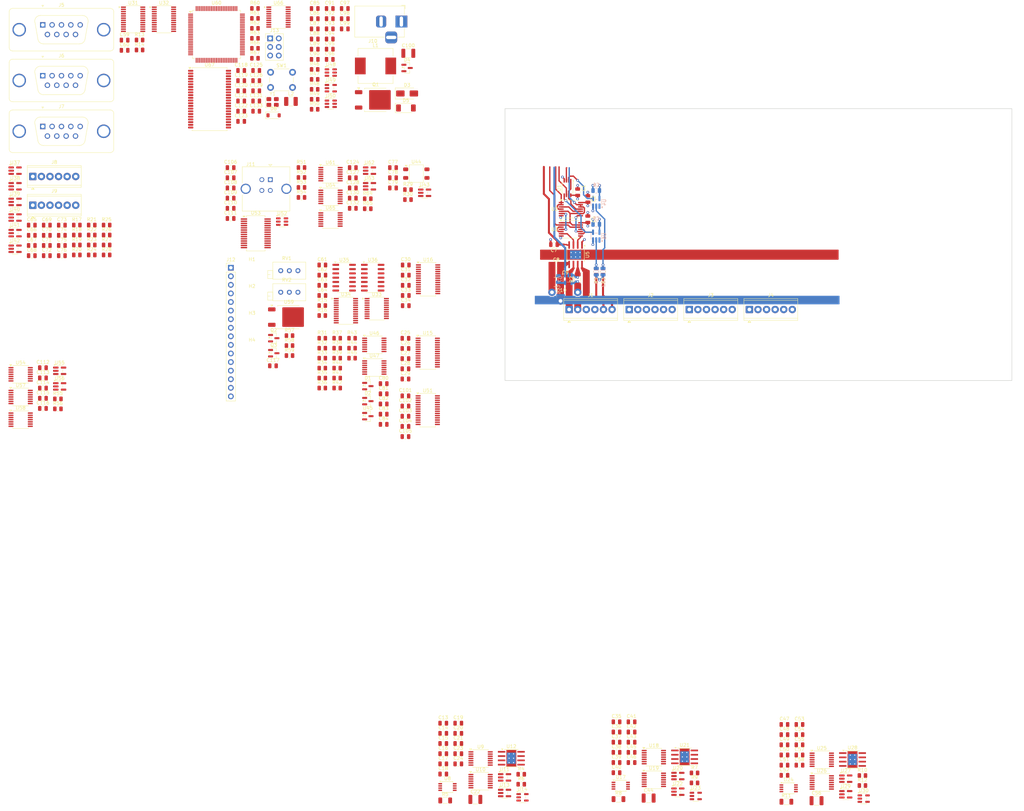
<source format=kicad_pcb>
(kicad_pcb (version 20241229) (generator "pcbnew") (generator_version "9.0")
  (title_block (date "mar. 31 mars 2015"))
  (layers (0 "F.Cu" signal) (4 "In1.Cu" power) (6 "In2.Cu" power) (2 "B.Cu" signal) (13 "F.Paste" user) (15 "B.Paste" user) (5 "F.SilkS" user "F.Silkscreen") (7 "B.SilkS" user "B.Silkscreen") (1 "F.Mask" user) (3 "B.Mask" user) (25 "Edge.Cuts" user))
  (net 0 "")
  (net 1 "GND")
  (net 2 "+5V")
  (net 3 "Net-(C3-Pad1)")
  (net 4 "/Motor Control/VREF_M1A")
  (net 5 "VDC")
  (net 6 "Net-(C12-Pad1)")
  (net 7 "Net-(C15-Pad1)")
  (net 8 "/Motor Control/VREF_M1B")
  (net 9 "Net-(C24-Pad1)")
  (net 10 "/Serial ports/RS232 Interface #1/C1+")
  (net 11 "/Serial ports/RS232 Interface #1/C1-")
  (net 12 "/Serial ports/RS232 Interface #1/V-")
  (net 13 "/Serial ports/RS232 Interface #1/C2-")
  (net 14 "/Serial ports/RS232 Interface #1/C2+")
  (net 15 "/Serial ports/RS232 Interface #1/V+")
  (net 16 "/Serial ports/RS232 Interface #2/C1-")
  (net 17 "/Serial ports/RS232 Interface #2/C1+")
  (net 18 "/Serial ports/RS232 Interface #2/V-")
  (net 19 "/Serial ports/RS232 Interface #2/C2-")
  (net 20 "/Serial ports/RS232 Interface #2/C2+")
  (net 21 "/Serial ports/RS232 Interface #2/V+")
  (net 22 "Net-(C37-Pad1)")
  (net 23 "/Motor Control/VREF_M2A")
  (net 24 "Net-(C46-Pad1)")
  (net 25 "Net-(C49-Pad1)")
  (net 26 "/Motor Control/VREF_M2B")
  (net 27 "Net-(C58-Pad1)")
  (net 28 "Net-(C68-Pad1)")
  (net 29 "Net-(C69-Pad1)")
  (net 30 "Net-(C70-Pad1)")
  (net 31 "Net-(C74-Pad1)")
  (net 32 "Net-(C75-Pad1)")
  (net 33 "Net-(C76-Pad1)")
  (net 34 "Net-(U44-Vcc)")
  (net 35 "+3VADC")
  (net 36 "-5V")
  (net 37 "Net-(U50-C1+)")
  (net 38 "Net-(U50-C1-)")
  (net 39 "Net-(U48-SW)")
  (net 40 "Net-(U48-BOOT)")
  (net 41 "Net-(U49-FB)")
  (net 42 "Net-(U48-FB)")
  (net 43 "/Power/5V5")
  (net 44 "/Serial ports/RS232 Interface #3/C1-")
  (net 45 "/Serial ports/RS232 Interface #3/C1+")
  (net 46 "/Serial ports/RS232 Interface #3/V-")
  (net 47 "/Serial ports/RS232 Interface #3/C2-")
  (net 48 "/Serial ports/RS232 Interface #3/C2+")
  (net 49 "/Serial ports/RS232 Interface #3/V+")
  (net 50 "VBUS")
  (net 51 "Net-(U53-3V3OUT)")
  (net 52 "/USB/USBP")
  (net 53 "/USB/USBM")
  (net 54 "Net-(C113-Pad1)")
  (net 55 "Net-(C114-Pad1)")
  (net 56 "Net-(Q3-D)")
  (net 57 "+5VA")
  (net 58 "/MCU/XTAL2")
  (net 59 "/MCU/~{RESET}")
  (net 60 "Net-(C127-Pad1)")
  (net 61 "Net-(C128-Pad1)")
  (net 62 "/MCU/XTAL1")
  (net 63 "Net-(D1-A)")
  (net 64 "Net-(D1-K-Pad3)")
  (net 65 "Net-(U46B--)")
  (net 66 "Net-(D2-K-Pad3)")
  (net 67 "Net-(U47A--)")
  (net 68 "Net-(D2-A)")
  (net 69 "Net-(D3-A2)")
  (net 71 "Net-(D4-A)")
  (net 72 "/Motor Control/H-bridge #1/ENCODER_B_IN")
  (net 73 "/Motor Control/H-bridge #1/MOTOR-")
  (net 74 "/Motor Control/H-bridge #1/ENCODER_A_IN")
  (net 75 "/Motor Control/H-bridge #1/MOTOR+")
  (net 76 "/Motor Control/H-bridge #2/MOTOR-")
  (net 77 "/Motor Control/H-bridge #2/ENCODER_A_IN")
  (net 78 "/Motor Control/H-bridge #2/ENCODER_B_IN")
  (net 79 "/Motor Control/H-bridge #2/MOTOR+")
  (net 80 "/Motor Control/H-bridge #3/MOTOR+")
  (net 81 "/Motor Control/H-bridge #3/MOTOR-")
  (net 82 "/Motor Control/H-bridge #4/MOTOR+")
  (net 83 "/Motor Control/H-bridge #4/MOTOR-")
  (net 84 "/Serial ports/CTS_LINE1")
  (net 85 "/Serial ports/TX_LINE1")
  (net 86 "/Serial ports/RX_LINE1")
  (net 87 "/Serial ports/RTS_LINE1")
  (net 88 "/Serial ports/RI_LINE1")
  (net 89 "/Serial ports/DTR_LINE1")
  (net 90 "/Serial ports/DSR_LINE1")
  (net 91 "/Serial ports/DCD_LINE1")
  (net 92 "/Serial ports/RX_LINE2")
  (net 93 "/Serial ports/DCD_LINE2")
  (net 94 "/Serial ports/RI_LINE2")
  (net 95 "/Serial ports/DSR_LINE2")
  (net 96 "/Serial ports/DTR_LINE2")
  (net 97 "/Serial ports/TX_LINE2")
  (net 98 "/Serial ports/CTS_LINE2")
  (net 99 "/Serial ports/RTS_LINE2")
  (net 100 "/Serial ports/RX_LINE3")
  (net 101 "/Serial ports/TX_LINE3")
  (net 102 "/Serial ports/RTS_LINE3")
  (net 103 "/Serial ports/CTS_LINE3")
  (net 104 "/Serial ports/RI_LINE3")
  (net 105 "/Serial ports/DSR_LINE3")
  (net 106 "/Serial ports/DCD_LINE3")
  (net 107 "/Serial ports/DTR_LINE3")
  (net 108 "/Motor Control/Limit Switches/LIM2")
  (net 109 "/Motor Control/Limit Switches/LIM1")
  (net 110 "/Motor Control/Limit Switches/LIM3")
  (net 111 "/Motor Control/Limit Switches/LIM4")
  (net 112 "/Motor Control/Limit Switches/LIM5")
  (net 113 "/Motor Control/Limit Switches/LIM6")
  (net 115 "Net-(J11-D+)")
  (net 117 "Net-(J11-D-)")
  (net 118 "/LCD/DB1")
  (net 119 "/LCD/DB6")
  (net 120 "/LCD/DB0")
  (net 121 "/LCD/DB5")
  (net 122 "/LCD/BL_LED")
  (net 123 "/LCD/E")
  (net 124 "/LCD/RS")
  (net 125 "/LCD/Vo")
  (net 126 "/LCD/DB3")
  (net 127 "/LCD/R~{W}")
  (net 128 "/LCD/DB4")
  (net 129 "/LCD/DB7")
  (net 130 "/LCD/DB2")
  (net 131 "/MCU/MOSI")
  (net 132 "/MCU/SCK")
  (net 133 "/MCU/MISO")
  (net 134 "Net-(Q2-B)")
  (net 135 "Net-(Q2-C)")
  (net 136 "Net-(U5-ISEN)")
  (net 137 "Net-(U12-ISEN)")
  (net 138 "Net-(U21-ISEN)")
  (net 139 "Net-(U28-ISEN)")
  (net 140 "/MCU/PCINT12")
  (net 141 "/MCU/PCINT13")
  (net 142 "/MCU/INT6")
  (net 143 "Net-(U44-OUT)")
  (net 144 "/ADC conditioning/VA0")
  (net 145 "/ADC conditioning/-VREF")
  (net 146 "Net-(U46A--)")
  (net 147 "Net-(U46C--)")
  (net 148 "/ADC conditioning/VA0_OUT")
  (net 149 "/ADC conditioning/VA1")
  (net 150 "Net-(U47B--)")
  (net 151 "/ADC conditioning/VA1_OUT")
  (net 152 "/USB/VBUS_ON")
  (net 153 "/MCU/PCINT15")
  (net 154 "/LCD/BL_ON")
  (net 155 "Net-(U59-VO)")
  (net 156 "Net-(R59-Pad2)")
  (net 157 "/MCU/~{SS}")
  (net 158 "Net-(R61-Pad2)")
  (net 159 "/MCU/SDA")
  (net 160 "/MCU/SCL")
  (net 161 "/Motor Control/H-bridge #1/~{ENABLE_MOTOR}")
  (net 162 "Net-(U1-Pad2)")
  (net 163 "Net-(U1-Pad5)")
  (net 164 "/MCU/OC1A")
  (net 165 "/Motor Control/EN_M1A")
  (net 166 "Net-(U2-Pad6)")
  (net 167 "/Motor Control/H-bridge #1/~{FORWARD}{slash}REVERSE")
  (net 168 "/Motor Control/F{slash}~{R}_MA")
  (net 169 "/Motor Control/H-bridge #1/IN2")
  (net 170 "/Motor Control/H-bridge #1/IN1")
  (net 173 "/Motor Control/CURRENT_M1A")
  (net 174 "/Motor Control/H-bridge #2/~{ENABLE_MOTOR}")
  (net 175 "Net-(U11-Pad4)")
  (net 176 "Net-(U13-Pad4)")
  (net 177 "/Motor Control/H-bridge #2/~{FORWARD}{slash}REVERSE")
  (net 178 "/Motor Control/EN_M1B")
  (net 179 "/Motor Control/F{slash}~{R}_MB")
  (net 180 "/MCU/OC1C")
  (net 181 "/Motor Control/H-bridge #2/IN1")
  (net 182 "/Motor Control/H-bridge #2/IN2")
  (net 185 "/Motor Control/CURRENT_M1B")
  (net 186 "/MCU/TXD1")
  (net 187 "/Serial ports/~{SHDN_IN1}")
  (net 188 "/Serial ports/ST_IN1")
  (net 189 "/Serial ports/DTR_IN1")
  (net 190 "/Serial ports/CTS_IN1")
  (net 191 "/Serial ports/DCD_IN1")
  (net 193 "/Serial ports/RI_IN1")
  (net 194 "/MCU/RXD1")
  (net 195 "/Serial ports/DSR_IN1")
  (net 196 "/Serial ports/RTS_IN1")
  (net 197 "/MCU/RXD2")
  (net 198 "/Serial ports/RTS_IN2")
  (net 199 "/Serial ports/~{SHDN_IN2}")
  (net 200 "/Serial ports/DCD_IN2")
  (net 201 "/Serial ports/DSR_IN2")
  (net 203 "/Serial ports/RI_IN2")
  (net 204 "/Serial ports/ST_IN2")
  (net 205 "/Serial ports/DTR_IN2")
  (net 206 "/MCU/TXD2")
  (net 207 "/Serial ports/CTS_IN2")
  (net 208 "/Motor Control/H-bridge #3/~{ENABLE_MOTOR}")
  (net 209 "Net-(U17-Pad2)")
  (net 210 "Net-(U17-Pad5)")
  (net 211 "/Motor Control/EN_M2A")
  (net 212 "/Motor Control/H-bridge #3/~{FORWARD}{slash}REVERSE")
  (net 213 "Net-(U18-Pad6)")
  (net 214 "/Motor Control/H-bridge #3/IN1")
  (net 215 "/Motor Control/H-bridge #3/IN2")
  (net 218 "/Motor Control/CURRENT_M2A")
  (net 219 "/Motor Control/H-bridge #4/~{ENABLE_MOTOR}")
  (net 220 "Net-(U24-Pad2)")
  (net 221 "Net-(U24-Pad5)")
  (net 222 "/Motor Control/EN_M2B")
  (net 223 "/Motor Control/H-bridge #4/~{FORWARD}{slash}REVERSE")
  (net 224 "Net-(U25-Pad6)")
  (net 225 "/Motor Control/H-bridge #4/IN1")
  (net 226 "/Motor Control/H-bridge #4/IN2")
  (net 229 "/Motor Control/CURRENT_M2B")
  (net 234 "/Serial ports/DTR_IN3")
  (net 238 "/Serial ports/RI_IN3")
  (net 239 "/Serial ports/ST_IN3")
  (net 241 "/Serial ports/RTS_IN3")
  (net 242 "/Serial ports/DCD_IN3")
  (net 243 "/Serial ports/DSR_IN3")
  (net 244 "/Serial ports/~{SHDN_IN3}")
  (net 245 "/Serial ports/CTS_IN3")
  (net 247 "/Motor Control/POT_~{RESET}")
  (net 248 "/Motor Control/LIM_SW05")
  (net 250 "/Motor Control/LIM_SW01")
  (net 251 "/Motor Control/LIM_SW00")
  (net 252 "/Motor Control/LIM_SW02")
  (net 255 "/Motor Control/LIM_SW03")
  (net 256 "/Motor Control/LIM_SW04")
  (net 257 "/ADC conditioning/VA1_IN")
  (net 258 "Net-(U35-SO)")
  (net 259 "/ADC conditioning/VA0_IN")
  (net 267 "/IR Receiver/RX")
  (net 270 "Net-(U47D--)")
  (net 271 "/MCU/TXD3")
  (net 273 "/MCU/RXD3")
  (net 283 "/MCU/TXD0")
  (net 286 "/MCU/RXD0")
  (net 288 "Net-(U54-Pad11)")
  (net 289 "Net-(U54-Pad10)")
  (net 290 "Net-(U54-Pad5)")
  (net 292 "Net-(U54-Pad6)")
  (net 293 "Net-(U54-Pad9)")
  (net 296 "Net-(U56-Pad4)")
  (net 297 "Net-(U57-Pad11)")
  (net 298 "Net-(U57-Pad6)")
  (net 299 "Net-(U57-Pad5)")
  (net 300 "Net-(U57-Pad10)")
  (net 301 "Net-(U58-Pad5)")
  (net 302 "/MCU/INT5")
  (net 303 "Net-(U58-Pad11)")
  (net 305 "/MCU/XMEM_BANK1")
  (net 306 "/MCU/XMEM_BANK3")
  (net 308 "/MCU/INT4")
  (net 310 "/MCU/XMEM_A14")
  (net 313 "/MCU/~{XMEM_EN}")
  (net 319 "/MCU/XMEM_AD3")
  (net 321 "/MCU/XMEM_AD5")
  (net 322 "/MCU/XMEM_A11")
  (net 323 "/MCU/XMEM_AD7")
  (net 324 "/MCU/XMEM_AD6")
  (net 326 "/MCU/XMEM_A10")
  (net 327 "/MCU/XMEM_AD4")
  (net 328 "/MCU/XMEM_A09")
  (net 330 "/MCU/PCINT14")
  (net 332 "/MCU/XMEM_A12")
  (net 333 "/MCU/XMEM_AD2")
  (net 334 "/MCU/XMEM_A08")
  (net 335 "/MCU/XMEM_A15")
  (net 336 "/MCU/XMEM_ALE")
  (net 337 "/MCU/XMEM_BANK2")
  (net 338 "/MCU/XMEM_AD0")
  (net 341 "/MCU/XMEM_A13")
  (net 344 "/MCU/XMEM_AD1")
  (net 347 "/MCU/XMEM_~{WR}")
  (net 348 "/MCU/XMEM_~{RD}")
  (net 350 "Net-(U61-Pad11)")
  (net 351 "Net-(U61-Pad6)")
  (net 352 "Net-(U61-Pad5)")
  (net 353 "Net-(U61-Pad10)")
  (net 354 "Net-(U61-Pad9)")
  (net 357 "Net-(U63-Pad4)")
  (net 358 "Net-(U64-Pad10)")
  (net 359 "Net-(U64-Pad5)")
  (net 360 "Net-(U64-Pad11)")
  (net 361 "Net-(U64-Pad6)")
  (net 362 "Net-(U65-Pad11)")
  (net 363 "Net-(U65-Pad5)")
  (net 364 "Net-(U66-Q7)")
  (net 365 "Net-(U66-Q2)")
  (net 366 "Net-(U66-Q1)")
  (net 367 "Net-(U66-Q6)")
  (net 368 "Net-(U66-Q5)")
  (net 369 "Net-(U66-Q0)")
  (net 370 "Net-(U66-Q3)")
  (net 371 "Net-(U66-Q4)")
  (net 382 "Net-(U3-Pad3)")
  (net 383 "Net-(U10-Pad10)")
  (net 384 "Net-(U10-Pad3)")
  (net 385 "Net-(U19-Pad3)")
  (net 386 "Net-(U26-Pad3)")
  (net 387 "Net-(U2-Pad8)")
  (net 388 "Net-(U18-Pad8)")
  (net 389 "Net-(U25-Pad8)")
  (net 390 "Net-(U10-Pad4)")
  (net 391 "Net-(U3-Pad11)")
  (net 392 "Net-(U10-Pad11)")
  (net 393 "Net-(U19-Pad11)")
  (net 394 "Net-(U26-Pad11)")
  (net 395 "/Motor Control/H-bridge #3/ENCODER_A_IN")
  (net 396 "/Motor Control/H-bridge #3/ENCODER_B_IN")
  (net 397 "/Motor Control/H-bridge #4/ENCODER_A_IN")
  (net 398 "/Motor Control/H-bridge #4/ENCODER_B_IN")
  (net 399 "/MCU/PH6")
  (net 400 "/MCU/PH7")
  (net 401 "/MCU/PH4")
  (net 402 "/MCU/PH5")
  (footprint "Package_QFP:TQFP-100_14x14mm_P0.5mm" (layer "F.Cu") (at -10.3725 27.78)
    (property "Reference" "U60")
    (property "Value" "ATmega2560-16A")
  )
  (footprint "Package_SO:TSSOP-14_4.4x5mm_P0.65mm" (layer "F.Cu") (at -68.3325 135.13)
    (property "Reference" "U57")
    (property "Value" "74AHC00")
  )
  (footprint "Resistor_SMD:R_0805_2012Metric" (layer "F.Cu") (at 11.2275 116.97)
    (property "Reference" "R57")
    (property "Value" "10kR")
  )
  (footprint "Resistor_SMD:R_0805_2012Metric" (layer "F.Cu") (at 25.3375 117.73)
    (property "Reference" "R37")
    (property "Value" "10kR")
  )
  (footprint "Capacitor_SMD:C_0805_2012Metric" (layer "F.Cu") (at 61.175 234.735)
    (property "Reference" "C20")
    (property "Value" "100nC")
  )
  (footprint "Package_SO:TSOP-II-44_10.16x18.41mm_P0.8mm" (layer "F.Cu") (at -12.4225 46.94)
    (property "Reference" "U67")
    (property "Value" "AS7C4096A")
  )
  (footprint "Capacitor_SMD:C_0805_2012Metric" (layer "F.Cu") (at -56.1325 87.26)
    (property "Reference" "C74")
    (property "Value" "100nC")
  )
  (footprint "Resistor_SMD:R_0805_2012Metric" (layer "F.Cu") (at 20.9275 126.58)
    (property "Reference" "R34")
    (property "Value" "10kR")
  )
  (footprint "Package_SO:Texas_HTSOP-8-1EP_3.9x4.9mm_P1.27mm_EP2.95x4.9mm_Mask2.4x3.1mm_ThermalVias" (layer "F.Cu") (at 177.8375 242.475)
    (property "Reference" "U28")
    (property "Value" "DRV8870DDA")
  )
  (footprint "Package_SO:TSSOP-14_4.4x5mm_P0.65mm" (layer "F.Cu") (at 36.3275 119.695)
    (property "Reference" "U46")
    (property "Value" "AD8648")
  )
  (footprint "Capacitor_SMD:C_0805_2012Metric" (layer "F.Cu") (at 56.725 237.745)
    (property "Reference" "C15")
    (property "Value" "100pC")
  )
  (footprint "Capacitor_SMD:C_0805_2012Metric" (layer "F.Cu") (at 56.725 243.765)
    (property "Reference" "C17")
    (property "Value" "100nC")
  )
  (footprint "Capacitor_SMD:C_0805_2012Metric" (layer "F.Cu") (at 39.0875 131.19)
    (property "Reference" "C80")
    (property "Value" "100nC")
  )
  (footprint "Capacitor_SMD:C_0805_2012Metric" (layer "F.Cu") (at 41.8575 67.22)
    (property "Reference" "C77")
    (property "Value" "100nC")
  )
  (footprint "Connector_Dsub:DSUB-9_Pins_Vertical_P2.77x2.84mm_MountingHoles" (layer "F.Cu") (at -61.7925 55.028014)
    (property "Reference" "J7")
    (property "Value" "DE9_Pins_MountingHoles")
  )
  (footprint "Resistor_SMD:R_0805_2012Metric" (layer "F.Cu") (at -33.1425 32.38)
    (property "Reference" "R14")
    (property "Value" "10kR")
  )
  (footprint "Capacitor_SMD:C_0805_2012Metric" (layer "F.Cu") (at 112.45 237.35)
    (property "Reference" "C43")
    (property "Value" "10uC")
  )
  (footprint "Resistor_SMD:R_0805_2012Metric" (layer "F.Cu") (at -51.7025 87.17)
    (property "Reference" "R18")
    (property "Value" "10kR")
  )
  (footprint "Package_TO_SOT_SMD:SC-74A-5_1.55x2.9mm_P0.95mm" (layer "F.Cu") (at -56.7825 127.375)
    (property "Reference" "U55")
    (property "Value" "74AHC1G17")
  )
  (footprint "Package_SO:TSSOP-14_4.4x5mm_P0.65mm" (layer "F.Cu") (at 168.7375 249.265)
    (property "Reference" "U26")
    (property "Value" "74AHC00")
  )
  (footprint "Resistor_SMD:R_0805_2012Metric" (layer "F.Cu") (at 131.08 246.45)
    (property "Reference" "R7")
    (property "Value" "1kR")
  )
  (footprint "Package_SO:TSSOP-14_4.4x5mm_P0.65mm" (layer "F.Cu") (at -68.3325 141.845)
    (property "Reference" "U58")
    (property "Value" "74AHC00")
  )
  (footprint "Resistor_SMD:R_0805_2012Metric" (layer "F.Cu") (at -47.2925 84.22)
    (property "Reference" "R21")
    (property "Value" "10kR")
  )
  (footprint "Package_SO:Texas_HTSOP-8-1EP_3.9x4.9mm_P1.27mm_EP2.95x4.9mm_Mask2.4x3.1mm_ThermalVias" (layer "F.Cu") (at 95.885 93.01 -90)
    (property "Reference" "U5")
    (property "Value" "DRV8870DDA")
  )
  (footprint "Package_TO_SOT_SMD:SOT-23-5" (layer "F.Cu") (at 131.45 253.275)
    (property "Reference" "U23")
    (property "Value" "INA180A1")
  )
  (footprint "Resistor_SMD:R_0805_2012Metric" (layer "F.Cu") (at 25.3375 123.63)
    (property "Reference" "R39")
    (property "Value" "10kR")
  )
  (footprint "Package_TO_SOT_SMD:SOT-23" (layer "F.Cu") (at 6.5675 122.17)
    (property "Reference" "Q3")
    (property "Value" "IRLML5203")
  )
  (footprint "Connector_Dsub:DSUB-9_Pins_Vertical_P2.77x2.84mm_MountingHoles" (layer "F.Cu") (at -61.7925 39.988676)
    (property "Reference" "J6")
    (property "Value" "DE9_Pins_MountingHoles")
  )
  (footprint "Package_TO_SOT_SMD:SC-74A-5_1.55x2.9mm_P0.95mm" (layer "F.Cu") (at -69.9825 81.99)
    (property "Reference" "U40")
    (property "Value" "74AHC1G17")
  )
  (footprint "Capacitor_SMD:C_0805_2012Metric" (layer "F.Cu") (at 23.1375 35.16)
    (property "Reference" "C96")
    (property "Value" "2.2uC")
  )
  (footprint "Package_TO_SOT_SMD:SC-74A-5_1.55x2.9mm_P0.95mm" (layer "F.Cu") (at -56.7825 132)
    (property "Reference" "U56")
    (property "Value" "74AHC1G17")
  )
  (footprint "Inductor_SMD:L_Vishay_IHLP-4040" (layer "F.Cu") (at 36.6875 37.11)
    (property "Reference" "L1")
    (property "Value" "4u7L")
  )
  (footprint "Capacitor_SMD:C_0805_2012Metric" (layer "F.Cu") (at 162.1375 235.115)
    (property "Reference" "C54")
    (property "Value" "100nC")
  )
  (footprint "Resistor_SMD:R_0805_2012Metric" (layer "F.Cu") (at 14.7775 73.09)
    (property "Reference" "R53")
    (property "Value" "10kR")
  )
  (footprint "Capacitor_SMD:C_0805_2012Metric" (layer "F.Cu") (at 45.5375 123.78)
    (property "Reference" "C27")
    (property "Value" "330nC")
  )
  (footprint "Resistor_SMD:R_1206_3216Metric" (layer "F.Cu") (at 158.2675 254.975)
    (property "Reference" "R11")
    (property "Value" "150mR")
  )
  (footprint "Connector_BarrelJack:BarrelJack_Horizontal" (layer "F.Cu") (at 44.3375 23.965)
    (property "Reference" "J10")
    (property "Value" "DC")
  )
  (footprint "Capacitor_SMD:C_0805_2012Metric" (layer "F.Cu") (at 61.175 237.745)
    (property "Reference" "C21")
    (property "Value" "10uC")
  )
  (footprint "Package_TO_SOT_SMD:SC-74A-5_1.55x2.9mm_P0.95mm" (layer "F.Cu") (at 175.8375 248.15)
    (property "Reference" "U27")
    (property "Value" "74AHC1G17")
  )
  (footprint "Capacitor_SMD:C_0805_2012Metric" (layer "F.Cu") (at 162.1375 238.125)
    (property "Reference" "C55")
    (property "Value" "10uC")
  )
  (footprint "Capacitor_SMD:C_0805_2012Metric" (layer "F.Cu") (at 39.0875 134.2)
    (property "Reference" "C81")
    (property "Value" "100nC")
  )
  (footprint "Capacitor_SMD:C_0805_2012Metric" (layer "F.Cu") (at 162.1375 244.145)
    (property "Reference" "C58")
    (property "Value" "100pC")
  )
  (footprint "Package_TO_SOT_SMD:SC-74A-5_1.55x2.9mm_P0.95mm" (layer "F.Cu") (at 34.9075 72.74)
    (property "Reference" "U63")
    (property "Value" "74AHC1G17")
  )
  (footprint "Resistor_SMD:R_0805_2012Metric" (layer "F.Cu") (at -42.8825 90.12)
    (property "Reference" "R27")
    (property "Value" "10kR")
  )
  (footprint "Resistor_SMD:R_0805_2012Metric" (layer "F.Cu") (at 25.3375 129.53)
    (property "Reference" "R41")
    (property "Value" "10kR")
  )
  (footprint "Capacitor_SMD:C_0805_2012Metric" (layer "F.Cu") (at 1.3775 44.48)
    (property "Reference" "C129")
    (property "Value" "13pC")
  )
  (footprint "TerminalBlock_Phoenix:TerminalBlock_Phoenix_MPT-0,5-6-2.54_1x06_P2.54mm_Horizontal" (layer "F.Cu") (at 93.98 109.22)
    (property "Reference" "J1")
    (property "Value" "Screw_Terminal_01x06")
  )
  (footprint "Resistor_SMD:R_0805_2012Metric" (layer "F.Cu") (at 46.2875 76.69)
    (property "Reference" "R30")
    (property "Value" "10kR")
  )
  (footprint "Capacitor_SMD:C_0805_2012Metric" (layer "F.Cu") (at 23.1375 26.13)
    (property "Reference" "C93")
    (property "Value" "10uC")
  )
  (footprint "Capacitor_SMD:C_0805_2012Metric" (layer "F.Cu") (at -6.2025 70.23)
    (property "Reference" "C107")
    (property "Value" "100nC")
  )
  (footprint "Resistor_SMD:R_0805_2012Metric" (layer "F.Cu") (at 34.3875 79.39)
    (property "Reference" "R65")
    (property "Value" "100kR")
  )
  (footprint "Capacitor_SMD:C_0805_2012Metric" (layer "F.Cu") (at 45.6375 108.09)
    (property "Reference" "C34")
    (property "Value" "330nC")
  )
  (footprint "Capacitor_SMD:C_0805_2012Metric" (layer "F.Cu") (at 45.5375 129.8)
    (property "Reference" "C29")
    (property "Value" "330nC")
  )
  (footprint "Capacitor_SMD:C_0805_2012Metric" (layer "F.Cu") (at 162.1375 232.105)
    (property "Reference" "C53")
    (property "Value" "100nC")
  )
  (footprint "Package_SO:TSSOP-14_4.4x5mm_P0.65mm" (layer "F.Cu") (at 67.775 248.885)
    (property "Reference" "U10")
    (property "Value" "74AHC00")
  )
  (footprint "Package_TO_SOT_SMD:SC-74A-5_1.55x2.9mm_P0.95mm" (layer "F.Cu") (at -69.9825 68.115)
    (property "Reference" "U37")
    (property "Value" "74AHC1G17")
  )
  (footprint "Resistor_SMD:R_0805_2012Metric" (layer "F.Cu") (at 20.9275 132.48)
    (property "Reference" "R36")
    (property "Value" "10kR")
  )
  (footprint "Capacitor_SMD:C_0805_2012Metric" (layer "F.Cu") (at 112.45 231.33)
    (property "Reference" "C41")
    (property "Value" "100nC")
  )
  (footprint "Capacitor_SMD:C_0805_2012Metric" (layer "F.Cu") (at 29.9575 70.23)
    (property "Reference" "C127")
    (property "Value" "100pC")
  )
  (footprint "Capacitor_SMD:C_0805_2012Metric" (layer "F.Cu") (at 41.8575 73.24)
    (property "Reference" "C79")
    (property "Value" "2.2uC")
  )
  (footprint "Capacitor_SMD:C_0805_2012Metric" (layer "F.Cu") (at -3.0725 53.51)
    (property "Reference" "C123")
    (property "Value" "13pC")
  )
  (footprint "Package_SO:TSSOP-24_4.4x7.8mm_P0.65mm" (layer "F.Cu") (at -35.0475 23.28)
    (property "Reference" "U31")
    (property "Value" "PCA9555PW")
  )
  (footprint "Package_SO:TSSOP-28_4.4x9.7mm_P0.65mm" (layer "F.Cu") (at 52.2375 100.265)
    (property "Reference" "U16")
    (property "Value" "SP3243E")
  )
  (footprint "Capacitor_SMD:C_0805_2012Metric" (layer "F.Cu") (at 157.6875 238.125)
    (property "Reference" "C49")
    (property "Value" "100pC")
  )
  (footprint "Resistor_SMD:R_0805_2012Metric" (layer "F.Cu") (at 20.9275 117.73)
    (property "Reference" "R31")
    (property "Value" "1kR")
  )
  (footprint "Capacitor_SMD:C_0805_2012Metric" (layer "F.Cu") (at 1.3775 47.49)
    (property "Reference" "C131")
    (property "Value" "100nC")
  )
  (footprint "Capacitor_SMD:C_0805_2012Metric" (layer "F.Cu") (at 108 240.36)
    (property "Reference" "C38")
    (property "Value" "100nC")
  )
  (footprint "Resistor_SMD:R_0805_2012Metric" (layer "F.Cu") (at 79.805 249.795)
    (property "Reference" "R6")
    (property "Value" "1kR")
  )
  (footprint "Package_SO:SOIC-14_3.9x8.7mm_P1.27mm" (layer "F.Cu") (at 27.3975 99.805)
    (property "Reference" "U35")
    (property "Value" "MCP6S26")
  )
  (footprint "Capacitor_SMD:C_0805_2012Metric" (layer "F.Cu") (at -3.0725 38.46)
    (property "Reference" "C118")
    (property "Value" "100nC")
  )
  (footprint "Capacitor_SMD:C_0805_2012Metric" (layer "F.Cu") (at 45.5375 134.81)
    (property "Reference" "C101")
    (property "Value" "100nC")
  )
  (footprint "Package_SO:TSSOP-14_4.4x5mm_P0.65mm" (layer "F.Cu") (at 119.05 248.49)
    (property "Reference" "U19")
    (property "Value" "74AHC00")
  )
  (footprint "Package_SO:TSSOP-14_4.4x5mm_P0.65mm" (layer "F.Cu") (at 36.3275 126.41)
    (property "Reference" "U47")
    (property "Value" "AD8648")
  )
  (footprint "Resistor_SMD:R_0805_2012Metric" (layer "F.Cu") (at -42.8825 93.07)
    (property "Reference" "R28")
    (property "Value" "10kR")
  )
  (footprint "Capacitor_SMD:C_0805_2012Metric" (layer "F.Cu") (at 29.9575 76.25)
    (property "Reference" "C130")
    (property "Value" "100nC")
  )
  (footprint "Capacitor_SMD:C_0805_2012Metric" (layer "F.Cu") (at 45.5375 126.79)
    (property "Reference" "C28")
    (property "Value" "330nC")
  )
  (footprint "Connector_PinHeader_2.54mm:PinHeader_2x03_P2.54mm_Vertical" (layer "F.Cu") (at 5.5075 28.95)
    (property "Reference" "J13")
    (property "Value" "ICSP")
  )
  (footprint "Resistor_SMD:R_0805_2012Metric" (layer "F.Cu") (at -47.2925 93.07)
    (property "Reference" "R24")
    (property "Value" "10kR")
  )
  (footprint "Resistor_SMD:R_0805_2012Metric" (layer "F.Cu") (at 14.7775 67.19)
    (property "Reference" "R51")
    (property "Value" "10kR")
  )
  (footprint "Resistor_SMD:R_0805_2012Metric" (layer "F.Cu") (at 180.7675 250.175)
    (property "Reference" "R12")
    (property "Value" "1kR")
  )
  (footprint "Resistor_SMD:R_0805_2012Metric" (layer "F.Cu") (at -42.8825 84.22)
    (property "Reference" "R25")
    (property "Value" "10kR")
  )
  (footprint "Capacitor_SMD:C_0805_2012Metric" (layer "F.Cu") (at 45.5375 120.77)
    (property "Reference" "C26")
    (property "Value" "330nC")
  )
  (footprint "Capacitor_SMD:C_0805_2012Metric" (layer "F.Cu") (at -61.7325 126.48)
    (property "Reference" "C112")
    (property "Value" "100nC")
  )
  (footprint "Package_TO_SOT_SMD:SC-74A-5_1.55x2.9mm_P0.95mm" (layer "F.Cu") (at 126.15 247.375)
    (property "Reference" "U20")
    (property "Value" "74AHC1G17")
  )
  (footprint "Capacitor_SMD:C_0805_2012Metric" (layer "F.Cu") (at 96.5 74.5 90)
    (property "Reference" "C1")
    (property "Value" "100nC")
  )
  (footprint "Capacitor_SMD:C_0805_2012Metric" (layer "F.Cu") (at -6.2025 73.24)
    (property "Reference" "C108")
    (property "Value" "13pC")
  )
  (footprint "Capacitor_SMD:C_1210_3225Metric" (layer "F.Cu") (at 167.1875 254.665)
    (property "Reference" "C56")
    (property "Value" "47uC")
  )
  (footprint "Resistor_SMD:R_0805_2012Metric" (layer "F.Cu") (at -33.1425 29.43)
    (property "Reference" "R13")
    (property "Value" "10kR")
  )
  (footprint "Package_SO:TSSOP-14_4.4x5mm_P0.65mm" (layer "F.Cu") (at 23.3575 82.585)
    (property "Reference" "U65")
    (property "Value" "74AHC00")
  )
  (footprint "Capacitor_SMD:C_0805_2012Metric" (layer "F.Cu") (at -56.1325 93.28)
    (property "Reference" "C76")
    (property "Value" "100nC")
  )
  (footprint "Package_TO_SOT_SMD:SOT-23-5" (layer "F.Cu") (at 80.175 253.67)
    (property "Reference" "U14")
    (property "Value" "INA180A1")
  )
  (footprint "Resistor_SMD:R_0805_2012Metric" (layer "F.Cu") (at -51.7025 90.12)
    (property "Reference" "R19")
    (property "Value" "10kR")
  )
  (footprint "Capacitor_SMD:C_0805_2012Metric" (layer "F.Cu") (at 56.725 234.735)
    (property "Reference" "C14")
    (property "Value" "100nC")
  )
  (footprint "Resistor_SMD:R_0805_2012Metric" (layer "F.Cu") (at 25.3375 120.68)
    (property "Reference" "R38")
    (property "Value" "10kR")
  )
  (footprint "Connector_PinHeader_2.54mm:PinHeader_1x16_P2.54mm_Vertical" (layer "F.Cu") (at -6.1325 96.85)
    (property "Reference" "J12")
    (property "Value" "Conn_01x16")
  )
  (footprint "Capacitor_SMD:C_0805_2012Metric" (layer "F.Cu") (at 18.6875 20.11)
    (property "Reference" "C85")
    (property "Value" "10uC")
  )
  (footprint "Package_TO_SOT_SMD:SC-74A-5_1.55x2.9mm_P0.95mm" (layer "F.Cu") (at 175.8375 252.775)
    (property "Reference" "U29")
    (property "Value" "74AHC1G17")
  )
  (footprint "Capacitor_SMD:C_0805_2012Metric" (layer "F.Cu") (at -37.5725 29.46)
    (property "Reference" "C59")
    (property "Value" "100nC")
  )
  (footprint "Package_SO:TSSOP-20_4.4x6.5mm_P0.65mm" (layer "F.Cu") (at 7.9625 22.63)
    (property "Reference" "U66")
    (property "Value" "74AHC573")
  )
  (footprint "Package_SO:TSSOP-14_4.4x5mm_P0.65mm" (layer "F.Cu") (at 94.5 85.5)
    (property "Reference" "U3")
    (property "Value" "74AHC00")
  )
  (footprint "Capacitor_SMD:C_0805_2012Metric" (layer "F.Cu") (at 61.175 240.755)
    (property "Reference" "C23")
    (property "Value" "100nC")
  )
  (footprint "Capacitor_SMD:C_0805_2012Metric" (layer "F.Cu") (at -65.0325 87.26)
    (property "Reference" "C66")
    (property "Value" "100nC")
  )
  (footprint "Package_TO_SOT_SMD:SC-74A-5_1.55x2.9mm_P0.95mm" (layer "F.Cu") (at -69.9825 77.365)
    (property "Reference" "U39")
    (property "Value" "74AHC1G17")
  )
  (footprint "Capacitor_SMD:C_0805_2012Metric" (layer "F.Cu") (at 108 237.35)
    (property "Reference" "C37")
    (property "Value" "100pC")
  )
  (footprint "Package_TO_SOT_SMD:SC-74A-5_1.55x2.9mm_P0.95mm" (layer "F.Cu") (at -69.9825 72.74)
    (property "Reference" "U38")
    (property "Value" "74AHC1G17")
  )
  (footprint "Capacitor_SMD:C_0805_2012Metric" (layer "F.Cu") (at 108 234.34)
    (property "Reference" "C36")
    (property "Value" "100nC")
  )
  (footprint "Capacitor_SMD:C_0805_2012Metric" (layer "F.Cu") (at -61.7325 138.52)
    (property "Reference" "C116")
    (property "Value" "100nC")
  )
  (footprint "Capacitor_SMD:C_0805_2012Metric" (layer "F.Cu") (at 89.5 90 180)
    (property "Reference" "C7")
    (property "Value" "100nC")
  )
  (footprint "Capacitor_SMD:C_0805_2012Metric" (layer "F.Cu") (at -6.2025 76.25)
    (property "Reference" "C109")
    (property "Value" "13pC")
  )
  (footprint "Resistor_SMD:R_1206_3216Metric" (layer "F.Cu") (at 108.58 254.2)
    (property "Reference" "R8")
    (property "Value" "150mR")
  )
  (footprint "Capacitor_SMD:C_1210_3225Metric" (layer "F.Cu") (at 117.5 253.89)
    (property "Reference" "C44")
    (property "Value" "47uC")
  )
  (footprint "Resistor_SMD:R_0805_2012Metric" (layer "F.Cu") (at 131.08 249.4)
    (property "Reference" "R9")
    (property "Value" "1kR")
  )
  (footprint "Capacitor_SMD:C_0805_2012Metric" (layer "F.Cu") (at 18.6875 23.12)
    (property "Reference" "C86")
    (property "Value" "100nC")
  )
  (footprint "Capacitor_SMD:C_0805_2012Metric" (layer "F.Cu") (at 99.5 76.5 90)
    (property "Reference" "C2")
    (property "Value" "100nC")
  )
  (footprint "Capacitor_SMD:C_0805_2012Metric" (layer "F.Cu") (at -56.1325 90.27)
    (property "Reference" "C75")
    (property "Value" "100nC")
  )
  (footprint "Diode_SMD:D_SOD-128" (layer "F.Cu") (at 45.6825 49.56)
    (property "Reference" "D5")
    (property "Value" "CMS30I30A")
  )
  (footprint "Package_SO:TSSOP-14_4.4x5mm_P0.65mm" (layer "F.Cu") (at 23.3575 69.155)
    (property "Reference" "U61")
    (property "Value" "74AHC00")
  )
  (footprint "Capacitor_SMD:C_0805_2012Metric" (layer "F.Cu") (at -6.2025 67.22)
    (property "Reference" "C106")
    (property "Value" "100nC")
  )
  (footprint "TerminalBlock_Phoenix:TerminalBlock_Phoenix_MPT-0,5-6-2.54_1x06_P2.54mm_Horizontal" (layer "F.Cu") (at 129.54 109.22)
    (property "Reference" "J3")
    (property "Value" "Screw_Terminal_01x06")
  )
  (footprint "Resistor_SMD:R_0805_2012Metric" (layer "F.Cu") (at 1.0075 20.08)
    (property "Reference" "R60")
    (property "Value" "10kR")
  )
  (footprint "Capacitor_SMD:C_0805_2012Metric" (layer "F.Cu") (at 41.8575 70.23)
    (property "Reference" "C78")
    (property "Value" "2.2uC")
  )
  (footprint "Resistor_SMD:R_0805_2012Metric" (layer "F.Cu") (at 20.9275 108.06)
    (property "Reference" "R15")
    (property "Value" "10kR")
  )
  (footprint "Package_SO:TSSOP-20_4.4x6.5mm_P0.65mm" (layer "F.Cu") (at 37.0425 108.93)
    (property "Reference" "U33")
    (property "Value" "MCP4451")
  )
  (footprint "Package_SO:TSSOP-8_3x3mm_P0.65mm" (layer "F.Cu") (at 109.25 250.225)
    (property "Reference" "U17")
    (property "Value" "74AHC2G125")
  )
  (footprint "Capacitor_SMD:C_0805_2012Metric" (layer "F.Cu") (at 39.0875 143.23)
    (property "Reference" "C84")
    (property "Value" "100nC")
  )
  (footprint "Resistor_SMD:R_0805_2012Metric" (layer "F.Cu") (at 1.0075 23.03)
    (property "Reference" "R61")
    (property "Value" "160R")
  )
  (footprint "Capacitor_SMD:C_0805_2012Metric" (layer "F.Cu") (at 56.725 240.755)
    (property "Reference" "C16")
    (property "Value" "100nC")
  )
  (footprint "Package_SO:TSSOP-28_4.4x9.7mm_P0.65mm" (layer "F.Cu") (at 52.1375 139.025)
    (property "Reference" "U51")
    (property "Value" "SP3243E")
  )
  (footprint "Capacitor_SMD:C_0805_2012Metric" (layer "F.Cu") (at -60.5825 90.27)
    (property "Reference" "C71")
    (property "Value" "100nC")
  )
  (footprint "Capacitor_SMD:C_0805_2012Metric" (layer "F.Cu") (at -6.2025 82.27)
    (property "Reference" "C111")
    (property "Value" "10uC")
  )
  (footprint "MountingHole:MountingHole_3.2mm_M3" (layer "F.Cu") (at 0.1375 122.37)
    (property "Reference" "H4")
    (property "Value" "MountingHole")
  )
  (footprint "Capacitor_SMD:C_0805_2012Metric" (layer "F.Cu") (at 18.6875 26.13)
    (property "Reference" "C87")
    (property "Value" "100nC")
  )
  (footprint "Capacitor_SMD:C_0805_2012Metric" (layer "F.Cu") (at 39.0875 137.21)
    (property "Reference" "C82")
    (property "Value" "100nC")
  )
  (footprint "Capacitor_SMD:C_0805_2012Metric" (layer "F.Cu") (at -56.1325 84.25)
    (property "Reference" "C73")
    (property "Value" "100nC")
  )
  (footprint "Package_SO:TSSOP-8_3x3mm_P0.65mm" (layer "F.Cu") (at 57.975 250.62)
    (property "Reference" "U8")
    (property "Value" "74AHC2G125")
  )
  (footprint "Resistor_SMD:R_0805_2012Metric" (layer "F.Cu") (at 46.2875 73.74)
    (property "Reference" "R29")
    (property "Value" "160R")
  )
  (footprint "Package_TO_SOT_SMD:SOT-23" (layer "F.Cu") (at 46.0175 37.71)
    (property "Reference" "D4")
    (property "Value" "BZX84C10")
  )
  (footprint "Package_TO_SOT_SMD:SC-74A-5_1.55x2.9mm_P0.95mm" (layer "F.Cu") (at 51.2175 74.665)
    (property "Reference" "U43")
    (property "Value" "74AHC1G17")
  )
  (footprint "Resistor_SMD:R_0805_2012Metric" (layer "F.Cu") (at 29.7475 117.73)
    (property "Reference" "R43")
    (property "Value" "10kR")
  )
  (footprint "Resistor_SMD:R_0805_2012Metric" (layer "F.Cu") (at 1.0075 34.83)
    (property "Reference" "R67")
    (property "Value" "2kR")
  )
  (footprint "Resistor_SMD:R_0805_2012Metric" (layer "F.Cu") (at 14.7775 76.04)
    (property "Reference" "R54")
    (property "Value" "10kR")
  )
  (footprint "Capacitor_SMD:C_0805_2012Metric" (layer "F.Cu") (at 1.3775 41.47)
    (property "Reference" "C126")
    (property "Value" "100nC")
  )
  (footprint "Resistor_SMD:R_0805_2012Metric" (layer "F.Cu") (at 11.2275 122.87)
    (property "Reference" "R59")
    (property "Value" "10R")
  )
  (footprint "Package_SO:SSOP-28_5.3x10.2mm_P0.65mm" (layer "F.Cu") (at 1.2475 86.67)
    (property "Reference" "U53")
    (property "Value" "FT232RN")
  )
  (footprint "Capacitor_SMD:C_0805_2012Metric" (layer "F.Cu") (at -61.7325 135.51)
    (property "Reference" "C115")
    (property "Value" "100nC")
  )
  (footprint "Diode_SMD:D_SMA" (layer "F.Cu") (at 46.0325 45.26)
    (property "Reference" "D3")
    (property "Value" "SMAJ16CA")
  )
  (footprint "Capacitor_SMD:C_0805_2012Metric" (layer "F.Cu") (at 45.5375 140.83)
    (property "Reference" "C103")
    (property "Value" "330nC")
  )
  (footprint "Resistor_SMD:R_0805_2012Metric" (layer "F.Cu") (at 34.3875 76.44)
    (property "Reference" "R64")
    (property "Value" "100kR")
  )
  (footprint "Capacitor_SMD:C_0805_2012Metric" (layer "F.Cu") (at 157.6875 241.135)
    (property "Reference" "C50")
    (property "Value" "100nC")
  )
  (footprint "Capacitor_SMD:C_0805_2012Metric" (layer "F.Cu") (at 23.1375 32.15)
    (property "Reference" "C95")
    (property "Value" "100nC")
  )
  (footprint "Resistor_SMD:R_1206_3216Metric" (layer "F.Cu") (at 57.305 254.595)
    (property "Reference" "R5")
    (property "Value" "150mR")
  )
  (footprint "Capacitor_SMD:C_0805_2012Metric" (layer "F.Cu") (at 39.0875 140.22)
    (property "Reference" "C83")
    (property "Value" "100nC")
  )
  (footprint "Capacitor_SMD:C_0805_2012Metric" (layer "F.Cu") (at 45.6375 102.07)
    (property "Reference" "C32")
    (property "Value" "330nC")
  )
  (footprint "Capacitor_SMD:C_0805_2012Metric" (layer "F.Cu") (at 99.5 82.5 90)
    (property "Reference" "C4")
    (property "Value" "100nC")
  )
  (footprint "Capacitor_SMD:C_0805_2012Metric" (layer "F.Cu") (at 112.45 240.36)
    (property "Reference" "C45")
    (property "Value" "100nC")
  )
  (footprint "Capacitor_SMD:C_0805_2012Metric" (layer "F.Cu") (at 162.1375 241.135)
    (property "Reference" "C57")
    (property "Value" "100nC")
  )
  (footprint "Capacitor_SMD:C_0805_2012Metric" (layer "F.Cu") (at 157.6875 235.115)
    (property "Reference" "C48")
    (property "Value" "100nC")
  )
  (footprint "Resistor_SMD:R_0805_2012Metric" (layer "F.Cu") (at 11.2275 119.92)
    (property "Reference" "R58")
    (property "Value" "10kR")
  )
  (footprint "Capacitor_SMD:C_0805_2012Metric" (layer "F.Cu") (at 1.3775 50.5)
    (property "Reference" "C133")
    (property "Value" "100nC")
  )
  (footprint "Potentiometer_THT:Potentiometer_Bourns_3296X_Horizontal" (layer "F.Cu") (at 13.7175 104.11)
    (property "Reference" "RV2")
    (property "Value" "10kR")
  )
  (footprint "Capacitor_SMD:C_0805_2012Metric" (layer "F.Cu") (at 18.6875 35.16)
    (property "Reference" "C90")
    (property "Value" "100nC")
  )
  (footprint "Capacitor_SMD:C_0805_2012Metric" (layer "F.Cu") (at 61.175 231.725)
    (property "Reference" "C19")
    (property "Value" "100nC")
  )
  (footprint "Capacitor_SMD:C_0805_2012Metric" (layer "F.Cu") (at 108 243.37)
    (property "Reference" "C39")
    (property "Value" "100nC")
  )
  (footprint "Capacitor_SMD:C_0805_2012Metric" (layer "F.Cu") (at -65.0325 90.27)
    (property "Reference" "C67")
    (property "Value" "100nC")
  )
  (footprint "Capacitor_SMD:C_0805_2012Metric" (layer "F.Cu") (at 157.6875 232.105)
    (property "Reference" "C47")
    (property "Value" "100nC")
  )
  (footprint "Package_SO:TSSOP-14_4.4x5mm_P0.65mm" (layer "F.Cu") (at 119.05 241.775)
    (property "Reference" "U18")
    (property "Value" "74AHC00")
  )
  (footprint "Resistor_SMD:R_0805_2012Metric" (layer "F.Cu") (at -42.8825 87.17)
    (property "Reference" "R26")
    (property "Value" "10kR")
  )
  (footprint "Package_TO_SOT_SMD:SOT-23-5" (layer "F.Cu") (at 181.1375 254.05)
    (property "Reference" "U30")
    (property "Value" "INA180A1")
  )
  (footprint "Potentiometer_THT:Potentiometer_Bourns_3296X_Horizontal" (layer "F.Cu") (at 13.7175 97.73)
    (property "Reference" "RV1")
    (property "Value" "200R")
  )
  (footprint "Resistor_SMD:R_0805_2012Metric" (layer "F.Cu") (at 14.7775 70.14)
    (property "Reference" "R52")
    (property "Value" "10kR")
  )
  (footprint "Capacitor_SMD:C_0805_2012Metric" (layer "F.Cu") (at 18.6875 32.15)
    (property "Reference" "C89")
    (property "Value" "100nC")
  )
  (footprint "Capacitor_SMD:C_0805_2012Metric" (layer "F.Cu") (at -60.5825 84.25)
    (property "Reference" "C69")
    (property "Value" "100nC")
  )
  (footprint "Package_TO_SOT_SMD:SC-74A-5_1.55x2.9mm_P0.95mm" (layer "F.Cu") (at -69.9825 86.615)
    (property "Reference" "U41")
    (property "Value" "74AHC1G17")
  )
  (footprint "Capacitor_SMD:C_0805_2012Metric" (layer "F.Cu") (at 157.6875 244.145)
    (property "Reference" "C51")
    (property "Value" "100nC")
  )
  (footprint "Package_TO_SOT_SMD:SOT-23-6" (layer "F.Cu") (at 9.0475 83.195)
    (property "Reference" "U52")
    (property "Value" "USBLC6-2SC6")
  )
  (footprint "Capacitor_SMD:C_0805_2012Metric" (layer "F.Cu") (at 90.17 98.298 180)
    (property "Reference" "C9")
    (property "Value" "10uC")
  )
  (footprint "Resistor_SMD:R_0805_2012Metric" (layer "F.Cu") (at 1.0075 28.93)
    (property "Reference" "R63")
    (property "Value" "100kR")
  )
  (footprint "Capacitor_SMD:C_0805_2012Metric" (layer "F.Cu") (at -37.5725 32.47)
    (property "Reference" "C60")
    (property "Value" "100nC")
  )
  (footprint "Package_TO_SOT_SMD:SOT-23" (layer "F.Cu") (at 34.4075 136.36)
    (property "Reference" "D2")
    (property "Value" "BAV99")
  )
  (footprint "Package_TO_SOT_SMD:SOT-23-5" (layer "F.Cu") (at 23.4475 43.69)
    (property "Reference" "U49")
    (property "Value" "TLV75801PDBVR")
  )
  (footprint "TerminalBlock_Phoenix:TerminalBlock_Phoenix_MPT-0,5-6-2.54_1x06_P2.54mm_Horizontal" (layer "F.Cu") (at 147.32 109.22)
    (property "Reference" "J4")
    (property "Value" "Screw_Terminal_01x06")
  )
  (footprint "Capacitor_SMD:C_0805_2012Metric" (layer "F.Cu") (at 108 246.38)
    (property "Reference" "C40")
    (property "Value" "100nC")
  )
  (footprint "Crystal:Crystal_SMD_3225-4Pin_3.2x2.5mm" (layer "F.Cu") (at 6.2275 47.78)
    (property "Reference" "Y1")
    (property "Value" "16MHz")
  )
  (footprint "Package_SO:TSSOP-14_4.4x5mm_P0.65mm" (layer "F.Cu") (at 94.5 79.5)
    (property "Reference" "U2")
    (property "Value" "74AHC00")
  )
  (footprint "Capacitor_SMD:C_0805_2012Metric" (layer "F.Cu") (at -65.0325 93.28)
    (property "Reference" "C68")
    (property "Value" "100nC")
  )
  (footprint "MountingHole:MountingHole_3.2mm_M3" (layer "F.Cu") (at 0.1375 106.47)
    (property "Reference" "H2")
    (property "Value" "MountingHole")
  )
  (footprint "Resistor_SMD:R_0805_2012Metric" (layer "F.Cu") (at -47.2925 90.12)
    (property "Reference" "R23")
    (property "Value" "10kR")
  )
  (footprint "Resistor_SMD:R_0805_2012Metric" (layer "F.Cu") (at 18.6675 44.04)
    (property "Reference" "R48")
    (property "Value" "10kR")
  )
  (footprint "Capacitor_SMD:C_0805_2012Metric" (layer "F.Cu") (at -60.5825 87.26)
    (property "Reference" "C70")
    (property "Value" "100nC")
  )
  (footprint "Package_SO:TSSOP-14_4.4x5mm_P0.65mm" (layer "F.Cu") (at 67.775 242.17)
    (property "Reference" "U9")
    (property "Value" "74AHC00")
  )
  (footprint "Capacitor_SMD:C_0805_2012Metric" (layer "F.Cu") (at -61.7325 129.49)
    (property "Reference" "C113")
    (property "Value" "100pC")
  )
  (footprint "Resistor_SMD:R_0805_2012Metric" (layer "F.Cu") (at -57.3025 138.65)
    (property "Reference" "R56")
    (property "Value" "100kR")
  )
  (footprint "Capacitor_SMD:C_0805_2012Metric" (layer "F.Cu") (at 56.725 246.775)
    (property "Reference" "C18")
    (property "Value" "100nC")
  )
  (footprint "Capacitor_SMD:C_0805_2012Metric" (layer "F.Cu") (at 20.9475 105.08)
    (property "Reference" "C64")
    (property "Value" "100nC")
  )
  (footprint "TerminalBlock_Phoenix:TerminalBlock_Phoenix_MPT-0,5-6-2.54_1x06_P2.54mm_Horizontal" (layer "F.Cu") (at 111.76 109.22)
    (property "Reference" "J2")
    (property "Value" "Screw_Terminal_01x06")
  )
  (footprint "Capacitor_SMD:C_0805_2012Metric" (layer "F.Cu") (at 23.1375 20.11)
    (property "Reference" "C91")
    (property "Value" "2.2uC")
  )
  (footprint "Resistor_SMD:R_0805_2012Metric" (layer "F.Cu") (at 102 98 -90)
    (property "Reference" "R1")
    (property "Value" "1kR")
  )
  (footprint "Capacitor_SMD:C_0805_2012Metric" (layer "F.Cu") (at 108 231.33)
    (property "Reference" "C35")
    (property "Value" "100nC")
  )
  (footprint "Package_TO_SOT_SMD:SC-74A-5_1.55x2.9mm_P0.95mm" (layer "F.Cu") (at 126.15 252)
    (property "Reference" "U22")
    (property "Value" "74AHC1G17")
  )
  (footprint "Resistor_SMD:R_0805_2012Metric" (layer "F.Cu") (at 18.6675 38.14)
    (property "Reference" "R46")
    (property "Value" "10kR")
  )
  (footprint "Package_TO_SOT_SMD:SC-74A-5_1.55x2.9mm_P0.95mm" (layer "F.Cu") (at -69.9825 91.24)
    (property "Reference" "U42")
    (property "Value" "74AHC1G17")
  )
  (footprint "Capacitor_SMD:C_0805_2012Metric" (layer "F.Cu") (at 29.9575 73.24)
    (property "Reference" "C128")
    (property "Value" "100pC")
  )
  (footprint "Connector_Dsub:DSUB-9_Pins_Vertical_P2.77x2.84mm_MountingHoles" (layer "F.Cu") (at -61.7925 24.949338)
    (property "Reference" "J5")
    (property "Value" "DE9_Pins_MountingHoles")
  )
  (footprint "Resistor_SMD:R_0805_2012Metric" (layer "F.Cu") (at 20.9275 120.68)
    (property "Reference" "R32")
    (property "Value" "10kR")
  )
  (footprint "Capacitor_SMD:C_0805_2012Metric" (layer "F.Cu") (at 27.5875 26.13)
    (property "Reference" "C99")
    (property "Value" "10uC")
  )
  (footprint "Resistor_SMD:R_0805_2012Metric" (layer "F.Cu") (at 20.9275 129.53)
    (property "Reference" "R35")
    (property "Value" "10kR")
  )
  (footprint "Resistor_SMD:R_0805_2012Metric" (layer "F.Cu") (at 29.7475 120.68)
    (property "Reference" "R44")
    (property "Value" "10kR")
  )
  (footprint "Capacitor_SMD:C_0805_2012Metric" (layer "F.Cu") (at 45.6375 105.08)
    (property "Reference" "C33")
    (property "Value" "330nC")
  )
  (footprint "Capacitor_SMD:C_0805_2012Metric" (layer "F.Cu") (at 27.5875 23.12)
    (property "Reference" "C98")
    (property "Value" "13pC")
  )
  (footprint "Resistor_SMD:R_0805_2012Metric" (layer "F.Cu") (at 18.6675 46.99)
    (property "Reference" "R49")
    (property "Value" "61k9R")
  )
  (footprint "Package_TO_SOT_SMD:SC-74A-5_1.55x2.9mm_P0.95mm" (layer "F.Cu") (at 74.875 247.77)
    (property "Reference" "U11")
    (property "Value" "74AHC1G17")
  )
  (footprint "Capacitor_SMD:C_0805_2012Metric" (layer "F.Cu") (at -65.0325 84.25)
    (property "Reference" "C65")
    (property "Value" "100nC")
  )
  (footprint "Capacitor_SMD:C_0805_2012Metric" (layer "F.Cu") (at 20.9475 99.06)
    (property "Reference" "C62")
    (property "Value" "100nC")
  )
  (footprint "Package_TO_SOT_SMD:SOT-23-6" (layer "F.Cu") (at 23.4475 39.065)
    (property "Reference" "U48")
    (property "Value" "TPS561208DDCR")
  )
  (footprint "Capacitor_SMD:C_0805_2012Metric" (layer "F.Cu") (at -60.5825 93.28)
    (property "Reference" "C72")
    (property "Value" "100nC")
  )
  (footprint "Package_TO_SOT_SMD:SOT-23" (layer "F.Cu") (at 34.4075 140.81)
    (property "Reference" "U45")
    (property "Value" "LM4040DBZ-3.0")
  )
  (footprint "Diode_SMD:D_SOD-123" (layer "F.Cu") (at 6.5225 51.73)
    (property "Reference" "D6")
    (property "Value" "4148")
  )
  (footprint "Package_TO_SOT_SMD:SOT-23" (layer "F.Cu") (at 34.4075 131.91)
    (property "Reference" "D1")
    (property "Value" "BAV99")
  )
  (footprint "MountingHole:MountingHole_3.2mm_M3" (layer "F.Cu") (at 0.1375 114.42)
    (property "Reference" "H3")
    (property "Value" "MountingHole")
  )
  (footprint "Package_SO:TSSOP-28_4.4x9.7mm_P0.65mm" (layer "F.Cu") (at 52.1375 121.975)
    (property "Reference" "U15")
    (property "Value" "SP3243E")
  )
  (footprint "Capacitor_SMD:C_0805_2012Metric" (layer "F.Cu") (at 29.9575 79.26)
    (property "Reference" "C132")
    (property "Value" "100nC")
  )
  (footprint "Resistor_SMD:R_0805_2012Metric" (layer "F.Cu") (at 1.0075 25.98)
    (property "Reference" "R62")
    (property "Value" "10kR")
  )
  (footprint "Capacitor_SMD:C_0805_2012Metric" (layer "F.Cu") (at 45.5375 146.85)
    (property "Reference" "C105")
    (property "Value" "330nC")
  )
  (footprint "Resistor_SMD:R_0805_2012Metric" (layer "F.Cu") (at 20.9275 123.63)
    (property "Reference" "R33")
    (property "Value" "10kR")
  )
  (footprint "Capacitor_SMD:C_0805_2012Metric" (layer "F.Cu") (at 112.45 234.34)
    (property "Reference" "C42")
    (property "Value" "100nC")
  )
  (footprint "Capacitor_SMD:C_0805_2012Metric" (layer "F.Cu") (at 27.5875 20.11)
    (property "Reference" "C97")
    (property "Value" "100nC")
  )
  (footprint "TerminalBlock_Phoenix:TerminalBlock_Phoenix_MPT-0,5-6-2.54_1x06_P2.54mm_Horizontal" (layer "F.Cu") (at -64.7325 78.355)
    (property "Reference" "J9")
    (property "Value" "Screw_Terminal_01x06")
  )
  (footprint "Package_SO:TSSOP-14_4.4x5mm_P0.65mm" (layer "F.Cu") (at 168.7375 242.55)
    (property "Reference" "U25")
    (property "Value" "74AHC00")
  )
  (footprint "Package_SO:TSSOP-14_4.4x5mm_P0.65mm" (layer "F.Cu") (at -68.3325 128.415)
    (property "Reference" "U54")
    (property "Value" "74AHC00")
  )
  (footprint "Resistor_SMD:R_0805_2012Metric" (layer "F.Cu") (at -51.7025 93.07)
    (property "Reference" "R20")
    (property "Value" "10kR")
  )
  (footprint "Resistor_SMD:R_0805_2012Metric" (layer "F.Cu") (at -47.2925 87.17)
    (property "Reference" "R22")
    (property "Value" "10kR")
  )
  (footprint "TerminalBlock_Phoenix:TerminalBlock_Phoenix_MPT-0,5-6-2.54_1x06_P2.54mm_Horizontal" (layer "F.Cu") (at -64.7325 69.84)
    (property "Reference" "J8")
    (property "Value" "Screw_Terminal_01x06")
  )
  (footprint "Capacitor_SMD:C_0805_2012Metric" (layer "F.Cu") (at -3.0725 47.49)
    (property "Reference" "C121")
    (property "Value" "100nC")
  )
  (footprint "Capacitor_SMD:C_0805_2012Metric" (layer "F.Cu") (at -61.7325 132.5)
    (property "Reference" "C114")
    (property "Value" "100pC")
  )
  (footprint "Capacitor_SMD:C_0805_2012Metric" (layer "F.Cu") (at 29.9575 67.22)
    (property "Reference" "C124")
    (property "Value" "100nC")
  )
  (footprint "Capacitor_SMD:C_0805_2012Metric" (layer "F.Cu") (at -6.2025 79.26)
    (property "Reference" "C110")
    (property "Value" "100nC")
  )
  (footprint "Package_TO_SOT_SMD:SOT-23-6" (layer "F.Cu") (at 23.4475 48.315)
    (property "Reference" "U50")
    (property "Value" "LM2776")
  )
  (footprint "Capacitor_SMD:C_0805_2012Metric" (layer "F.Cu") (at -3.0725 50.5)
    (property "Reference" "C122")
    (property "Value" "100nC")
  )
  (footprint "Capacitor_SMD:C_0805_2012Metric" (layer "F.Cu") (at 112.45 243.37)
    (property "Reference" "C46")
    (property "Value" "100pC")
  )
  (footprint "Package_TO_SOT_SMD:SC-74A-5_1.55x2.9mm_P0.95mm" (layer "F.Cu") (at 34.9075 68.115)
    (property "Reference" "U62")
    (property "Value" "74AHC1G17")
  )
  (footprint "Capacitor_SMD:C_0805_2012Metric" (layer "F.Cu") (at 6.3375 125.9)
    (property "Reference" "C117")
    (property "Value" "100nC")
  )
  (footprint "Capacitor_SMD:C_0805_2012Metric" (layer "F.Cu") (at 23.1375 29.14)
    (property "Reference" "C94")
    (property "Value" "1uC")
  )
  (footprint "Capacitor_SMD:C_0805_2012Metric" (layer "F.Cu") (at 23.1375 23.12)
    (property "Reference" "C92")
    (property "Value" "10uC")
  )
  (footprint "Package_SO:TSSOP-24_4.4x7.8mm_P0.65mm" (layer "F.Cu") (at 27.9225 109.58)
    (property "Reference" "U34")
    (property "Value" "PCA9555PW")
  )
  (footprint "Resistor_SMD:R_0805_2012Metric" (layer "F.Cu") (at 18.6675 41.09)
    (property "Reference" "R47")
    (property "Value" "80k6R")
  )
  (footprint "MountingHole:MountingHole_3.2mm_M3" (layer "F.Cu") (at 0.1375 98.52)
    (property "Reference" "H1")
    (property "Value" "MountingHole")
  )
  (footprint "Capacitor_SMD:C_1210_3225Metric" (layer "F.Cu") (at 66.225 254.285)
    (property "Reference" "C22")
    (property "Value" "47uC")
  )
  (footprint "Button_Switch_THT:SW_PUSH_6mm_H13mm" (layer "F.Cu") (at 5.6275 38.98)
    (property "Reference" "SW1")
    (property "Value" "SW_Push")
  )
  (footprint "Capacitor_SMD:C_0805_2012Metric" (layer "F.Cu") (at 61.175 243.765)
    (property "Reference" "C24")
    (property "Value" "100pC")
  )
  (footprint "Capacitor_SMD:C_0805_2012Metric" (layer "F.Cu") (at -3.0725 44.48)
    (property "Reference" "C120")
    (property "Value" "100nC")
  )
  (footprint "Package_TO_SOT_SMD:TO-252-2" (layer "F.Cu") (at 36.7275 47.155)
    (property "Reference" "Q1")
    (property "Value" "QM6015D")
  )
  (footprint "Capacitor_SMD:C_0805_2012Metric" (layer "F.Cu") (at 157.6875 247.155)
    (property "Reference" "C52")
    (property "Value" "100nC")
  )
  (footprint "Resistor_SMD:R_0805_2012Metric" (layer "F.Cu") (at -51.7025 84.22)
    (property "Reference" "R17")
    (property "Value" "10kR")
  )
  (footprint "Package_SO:TSSOP-8_3x3mm_P0.65mm" (layer "F.Cu") (at 158.9375 251)
    (property "Reference" "U24")
    (property "Value" "74AHC2G125")
  )
  (footprint "Package_TO_SOT_SMD:SOT-23" (layer "F.Cu") (at 6.5675 117.72)
    (property "Reference" "Q2")
    (property "Value" "BC847")
  )
  (footprint "Resistor_SMD:R_0805_2012Metric" (layer "F.Cu") (at -57.3025 135.7)
    (property "Reference" "R55")
    (property "Value" "100kR")
  )
  (footprint "Capacitor_SMD:C_0805_2012Metric" (layer "F.Cu") (at 90.17 96.139 180)
    (property "Reference" "C8")
    (property "Value" "100nC")
  )
  (footprint "Capacitor_SMD:C_0805_2012Metric" (layer "F.Cu") (at 45.5375 137.82)
    (property "Reference" "C102")
    (property "Value" "330nC")
  )
  (footprint "Capacitor_SMD:C_1210_3225Metric" (layer "F.Cu") (at 90.17 101.092 180)
    (property "Reference" "C10")
    (property "Value" "47uC")
  )
  (footprint "Resistor_SMD:R_0805_2012Metric" (layer "F.Cu") (at 20.9275 111.01)
    (property "Reference" "R16")
    (property "Value" "10kR")
  )
  (footprint "Package_TO_SOT_SMD:SC-74A-5_1.55x2.9mm_P0.95mm" (layer "F.Cu") (at 74.875 252.395)
    (property "Reference" "U13")
    (property "Value" "74AHC1G17")
  )
  (footprint "Resistor_SMD:R_1206_3216Metric" (layer "F.Cu") (at 96.52 100.33 90)
    (property "Reference" "R2")
    (property "Value" "150mR")
  )
  (footprint "Resistor_SMD:R_0805_2012Metric" (layer "F.Cu") (at 29.7475 123.63)
    (property "Reference" "R45")
    (property "Value" "10kR")
  )
  (footprint "Resistor_SMD:R_0805_2012Metric" (layer "F.Cu") (at 18.6675 49.94)
    (property "Reference" "R50")
    (property "Value" "10kR")
  )
  (footprint "Connector_USB:USB_B_TE_5787834_Vertical" (layer "F.Cu") (at 5.5475 70.775)
    (property "Reference" "J11")
    (property "Value" "USB_B")
  )
  (footprint "Capacitor_SMD:C_1210_3225Metric" (layer "F.Cu") (at 46.3875 33.36)
    (property "Reference" "C100")
    (property "Value" "47uC")
  )
  (footprint "Capacitor_SMD:C_0805_2012Metric" (layer "F.Cu") (at 18.6875 29.14)
    (property "Reference" "C88")
    (property "Value" "100nC")
  )
  (footprint "Package_SO:TSSOP-8_3x3mm_P0.65mm" (layer "F.Cu") (at 93.5 73.25 -90)
    (property "Reference" "U1")
    (property "Value" "74AHC2G125")
  )
  (footprint "Capacitor_SMD:C_0805_2012Metric" (layer "F.Cu") (at 20.9475 102.07)
    (property "Reference" "C63")
    (property "Value" "100nC")
  )
  (footprint "Resistor_SMD:R_0805_2012Metric" (layer "F.Cu") (at 104 98 -90)
    (property "Reference" "R3")
    (property "Value" "1kR")
  )
  (footprint "Capacitor_SMD:C_0805_2012Metric" (layer "F.Cu") (at 45.5375 143.84)
    (property "Reference" "C104")
    (property "Value" "330nC")
  )
  (footprint "Capacitor_SMD:C_0805_2012Metric" (layer "F.Cu") (at 1.3775 38.46)
    (property "Reference" "C125")
    (property "Value" "100nC")
  )
  (footprint "Capacitor_SMD:C_0805_2012Metric" (layer "F.Cu") (at 45.6375 96.05)
    (property "Reference" "C30")
    (property "Value" "100nC")
  )
  (footprint "Capacitor_SMD:C_0805_2012Metric" (layer "F.Cu") (at 45.5375 117.76)
    (property "Reference" "C25")
    (property "Value" "100nC")
  )
  (footprint "Package_SO:TSSOP-14_4.4x5mm_P0.65mm" (layer "F.Cu") (at 23.3575 75.87)
    (property "Reference" "U64")
    (property "Value" "74AHC00")
  )
  (footprint "Resistor_SMD:R_0805_2012Metric" (layer "F.Cu") (at 25.3375 132.48)
    (property "Reference" "R42")
    (property "Value" "10kR")
  )
  (footprint "Package_SO:Texas_HTSOP-8-1EP_3.9x4.9mm_P1.27mm_EP2.95x4.9mm_Mask2.4x3.1mm_ThermalVias" (layer "F.Cu") (at 128.15 241.7)
    (property "Reference" "U21")
    (property "Value" "DRV8870DDA")
  )
  (footprint "Resistor_SMD:R_0805_2012Metric" (layer "F.Cu") (at 79.805 246.845)
    (property "Reference" "R4")
    (property "Value" "1kR")
  )
  (footprint "OptoDevice:Everlight_IRM-H6xxT" (layer "F.Cu") (at 48.7575 68.99)
    (property "Reference" "U44")
    (property "Value" "IRM-H6xxT")
  )
  (footprint "Capacitor_SMD:C_0805_2012Metric" (layer "F.Cu") (at 20.9475 96.05)
    (property "Reference" "C61")
    (property "Value" "100nC")
  )
  (footprint "Package_SO:SOIC-14_3.9x8.7mm_P1.27mm" (layer "F.Cu") (at 35.8475 99.805)
    (property "Reference" "U36")
    (property "Value" "MCP6S26")
  )
  (footprint "Resistor_SMD:R_0805_2012Metric" (layer "F.Cu") (at 25.3375 126.58)
    (property "Reference" "R40")
    (property "Value" "10kR")
  )
  (footprint "Inductor_SMD:L_1210_3225Metric" (layer "F.Cu") (at 11.6575 47.61)
    (property "Reference" "L2")
    (property "Value" "10uL")
  )
  (footprint "Package_SO:TSSOP-24_4.4x7.8mm_P0.65mm" (layer "F.Cu") (at -25.9225 23.28)
    (property "Reference" "U32")
    (property "Value" "PCA9555PW")
  )
  (footprint "Capacitor_SMD:C_0805_2012Metric" (layer "F.Cu") (at -3.0725 41.47)
    (property "Reference" "C119")
    (property "Value" "100nC")
  )
  (footprint "Package_TO_SOT_SMD:TO-252-2" (layer "F.Cu") (at 11.0275 111.475)
    (property "Reference" "U59")
    (property "Value" "LM317_TO-252")
  )
  (footprint "Resistor_SMD:R_0805_2012Metric" (layer "F.Cu") (at 1.0075 31.88)
    (property "Reference" "R66")
    (property "Value" "2kR")
  )
  (footprint "Capacitor_SMD:C_0805_2012Metric" (layer "F.Cu") (at 45.6375 99.06)
    (property "Reference" "C31")
    (property "Value" "330nC")
  )
  (footprint "Package_SO:Texas_HTSOP-8-1EP_3.9x4.9mm_P1.27mm_EP2.95x4.9mm_Mask2.4x3.1mm_ThermalVias" (layer "F.Cu") (at 76.875 242.095)
    (property "Reference" "U12")
    (property "Value" "DRV8870DDA")
  )
  (footprint "Capacitor_SMD:C_0805_2012Metric" (layer "F.Cu") (at 56.725 231.725)
    (property "Reference" "C13")
    (property "Value" "100nC")
  )
  (footprint "Resistor_SMD:R_0805_2012Metric" (layer "F.Cu") (at 180.7675 247.225)
    (property "Reference" "R10")
    (property "Value" "1kR")
  )
  (footprint "Package_TO_SOT_SMD:SOT-23-5" (layer "B.Cu") (at 93.75 100.2 -90)
    (property "Reference" "U7")
    (property "Value" "INA180A1")
  )
  (footprint "Capacitor_SMD:C_0805_2012Metric" (layer "B.Cu") (at 102 98 -90)
    (property "Reference" "C3")
    (property "Value" "100pC")
  )
  (footprint "Capacitor_SMD:C_0805_2012Metric" (layer "B.Cu") (at 90.8 100.2 90)
    (property "Reference" "C11")
    (property "Value" "100nC")
  )
  (footprint "Capacitor_SMD:C_0805_2012Metric" (layer "B.Cu") (at 102 74 180)
    (property "Reference" "C6")
    (property "Value" "100nC")
  )
  (footprint "Capacitor_SMD:C_0805_2012Metric" (layer "B.Cu") (at 104 98 -90)
    (property "Reference" "C12")
    (property "Value" "100pC")
  )
  (footprint "Package_TO_SOT_SMD:SC-74A-5_1.55x2.9mm_P0.95mm" (layer "B.Cu") (at 102 87.5 90)
    (property "Reference" "U6")
    (property "Value" "74AHC1G17")
  )
  (footprint "Capacitor_SMD:C_0805_2012Metric" (layer "B.Cu") (at 102 84 180)
    (property "Reference" "C5")
    (property "Value" "100nC")
  )
  (footprint "Package_TO_SOT_SMD:SC-74A-5_1.55x2.9mm_P0.95mm" (layer "B.Cu") (at 102 77.5 90)
    (property "Reference" "U4")
    (property "Value" "74AHC1G17")
  )
  (gr_rect (start 75 49.75) (end 225 130.25) (stroke (width 0.15)) (fill no) (layer "Edge.Cuts"))
  (segment (start 91.5 88) (end 91.6375 87.8625) (width 0.4) (layer "F.Cu") (net 1))
  (segment (start 99.5 81.55) (end 99.5 80.5) (width 0.4) (layer "F.Cu") (net 1))
  (segment (start 99.5 74.5) (end 99.5 75.55) (width 0.4) (layer "F.Cu") (net 1))
  (segment (start 91.5 82) (end 91.6375 81.8625) (width 0.4) (layer "F.Cu") (net 1))
  (segment (start 91.6375 81.8625) (end 91.6375 81.45) (width 0.4) (layer "F.Cu") (net 1))
  (segment (start 97.79 90.135) (end 97.79 89.21) (width 0.4) (layer "F.Cu") (net 1))
  (segment (start 96.5 73.55) (end 96.5 72.5) (width 0.4) (layer "F.Cu") (net 1))
  (segment (start 88.5 89.95) (end 88.55 90) (width 0.6) (layer "F.Cu") (net 1))
  (segment (start 97.79 89.21) (end 98.5 88.5) (width 0.4) (layer "F.Cu") (net 1))
  (segment (start 92.525 70.525) (end 92 70) (width 0.4) (layer "F.Cu") (net 1))
  (segment (start 91.6375 87.8625) (end 91.6375 87.45) (width 0.4) (layer "F.Cu") (net 1))
  (segment (start 92.525 71.1) (end 92.525 70.525) (width 0.4) (layer "F.Cu") (net 1))
  (segment (start 88.5 88.5) (end 88.5 89.95) (width 0.6) (layer "F.Cu") (net 1))
  (segment (start 96.52 101.7925) (end 96.52 100.965) (width 0.6) (layer "F.Cu") (net 1))
  (via (at 103 100.5) (size 0.8) (drill 0.4) (layers "F.Cu" "B.Cu") (net 1))
  (via (at 91.5 82) (size 0.8) (drill 0.4) (layers "F.Cu" "B.Cu") (net 1))
  (via (at 96.52 104.14) (size 2.2) (drill 1.1) (layers "F.Cu" "B.Cu") (net 1))
  (via (at 101 80) (size 0.8) (drill 0.4) (layers "F.Cu" "B.Cu") (net 1))
  (via (at 98.5 88.5) (size 0.8) (drill 0.4) (layers "F.Cu" "B.Cu") (net 1))
  (via (at 101 90) (size 0.8) (drill 0.4) (layers "F.Cu" "B.Cu") (net 1))
  (via (at 91.5 88) (size 0.8) (drill 0.4) (layers "F.Cu" "B.Cu") (net 1))
  (via (at 101 72.5) (size 0.8) (drill 0.4) (layers "F.Cu" "B.Cu") (net 1))
  (via (at 96.52 100.965) (size 0.8) (drill 0.4) (layers "F.Cu" "B.Cu") (net 1))
  (via (at 96.5 72.5) (size 0.8) (drill 0.4) (layers "F.Cu" "B.Cu") (net 1))
  (via (at 92 70) (size 0.8) (drill 0.4) (layers "F.Cu" "B.Cu") (net 1))
  (via (at 88.5 88.5) (size 0.8) (drill 0.4) (layers "F.Cu" "B.Cu") (net 1))
  (via (at 99.5 74.5) (size 0.8) (drill 0.4) (layers "F.Cu" "B.Cu") (net 1))
  (via (at 99.5 80.5) (size 0.8) (drill 0.4) (layers "F.Cu" "B.Cu") (net 1))
  (via (at 88.9 104.14) (size 2.2) (drill 1.1) (layers "F.Cu" "B.Cu") (net 1))
  (via (at 101 82.5) (size 0.8) (drill 0.4) (layers "F.Cu" "B.Cu") (net 1))
  (segment (start 101 73.95) (end 101.05 74) (width 0.4) (layer "B.Cu") (net 1))
  (segment (start 101.05 78.65) (end 101.05 79.95) (width 0.4) (layer "B.Cu") (net 1))
  (segment (start 101.05 79.95) (end 101 80) (width 0.4) (layer "B.Cu") (net 1))
  (segment (start 104 98.95) (end 104 99.5) (width 0.4) (layer "B.Cu") (net 1))
  (segment (start 104 99.5) (end 103 100.5) (width 0.4) (layer "B.Cu") (net 1))
  (segment (start 94.7125 101.4) (end 94.7 101.3875) (width 0.6) (layer "B.Cu") (net 1))
  (segment (start 101.05 84) (end 101.05 82.55) (width 0.4) (layer "B.Cu") (net 1))
  (segment (start 101.05 89.95) (end 101 90) (width 0.4) (layer "B.Cu") (net 1))
  (segment (start 101 72.5) (end 101 73.95) (width 0.4) (layer "B.Cu") (net 1))
  (segment (start 95.835 100.965) (end 95.4 101.4) (width 0.6) (layer "B.Cu") (net 1))
  (segment (start 101.05 88.65) (end 101.05 89.95) (width 0.4) (layer "B.Cu") (net 1))
  (segment (start 96.52 100.965) (end 95.835 100.965) (width 0.6) (layer "B.Cu") (net 1))
  (segment (start 101.05 82.55) (end 101 82.5) (width 0.4) (layer "B.Cu") (net 1))
  (segment (start 95.4 101.4) (end 94.7125 101.4) (width 0.6) (layer "B.Cu") (net 1))
  (segment (start 102 99.5) (end 103 100.5) (width 0.4) (layer "B.Cu") (net 1))
  (segment (start 102 98.95) (end 102 99.5) (width 0.4) (layer "B.Cu") (net 1))
  (segment (start 97.3625 83.55) (end 99.4 83.55) (width 0.4) (layer "F.Cu") (net 2))
  (segment (start 99.5 78.5) (end 99.5 77.45) (width 0.4) (layer "F.Cu") (net 2))
  (segment (start 97.3625 77.55) (end 99.4 77.55) (width 0.4) (layer "F.Cu") (net 2))
  (segment (start 99.5 84.5) (end 99.5 83.45) (width 0.4) (layer "F.Cu") (net 2))
  (segment (start 96.45 75.4) (end 96.5 75.45) (width 0.4) (layer "F.Cu") (net 2))
  (segment (start 99.4 77.55) (end 99.5 77.45) (width 0.4) (layer "F.Cu") (net 2))
  (segment (start 94.475 75.4) (end 96.45 75.4) (width 0.4) (layer "F.Cu") (net 2))
  (segment (start 99.4 83.55) (end 99.5 83.45) (width 0.4) (layer "F.Cu") (net 2))
  (segment (start 96.5 76.5) (end 96.5 75.45) (width 0.4) (layer "F.Cu") (net 2))
  (via (at 99.5 84.5) (size 0.8) (drill 0.4) (layers "F.Cu" "B.Cu") (net 2))
  (via (at 96.5 76.5) (size 0.8) (drill 0.4) (layers "F.Cu" "B.Cu") (net 2))
  (via (at 99.5 78.5) (size 0.8) (drill 0.4) (layers "F.Cu" "B.Cu") (net 2))
  (via (at 102.934314 82.5) (size 0.8) (drill 0.4) (layers "F.Cu" "B.Cu") (net 2))
  (via (at 103 72.5) (size 0.8) (drill 0.4) (layers "F.Cu" "B.Cu") (net 2))
  (segment (start 102.95 86.35) (end 102.95 84) (width 0.4) (layer "B.Cu") (net 2))
  (segment (start 103 73.95) (end 102.95 74) (width 0.4) (layer "B.Cu") (net 2))
  (segment (start 102.95 84) (end 102.95 82.515686) (width 0.4) (layer "B.Cu") (net 2))
  (segment (start 92.8 101.3375) (end 90.9875 101.3375) (width 0.6) (layer "B.Cu") (net 2))
  (segment (start 102.95 82.515686) (end 102.934314 82.5) (width 0.4) (layer "B.Cu") (net 2))
  (segment (start 90.9875 101.3375) (end 90.8 101.15) (width 0.6) (layer "B.Cu") (net 2))
  (segment (start 102.95 76.35) (end 102.95 74) (width 0.4) (layer "B.Cu") (net 2))
  (segment (start 103 72.5) (end 103 73.95) (width 0.4) (layer "B.Cu") (net 2))
  (segment (start 102 97.0875) (end 102 96) (width 0.4) (layer "F.Cu") (net 3))
  (via (at 102 96) (size 0.8) (drill 0.4) (layers "F.Cu" "B.Cu") (net 3))
  (segment (start 102 96) (end 102 97.05) (width 0.4) (layer "B.Cu") (net 3))
  (segment (start 102 96) (end 102 88.65) (width 0.4) (layer "B.Cu") (net 3))
  (segment (start 90.45 88.95) (end 88 86.5) (width 0.6) (layer "F.Cu") (net 4))
  (segment (start 88 76.5) (end 86.5 75) (width 0.6) (layer "F.Cu") (net 4))
  (segment (start 90.45 90) (end 92.5 90) (width 0.6) (layer "F.Cu") (net 4))
  (segment (start 90.45 90) (end 90.45 88.95) (width 0.6) (layer "F.Cu") (net 4))
  (segment (start 93.335 90.135) (end 93.98 90.135) (width 0.4) (layer "F.Cu") (net 4))
  (segment (start 92.5 90) (end 93.2 90) (width 0.4) (layer "F.Cu") (net 4))
  (segment (start 93.2 90) (end 93.335 90.135) (width 0.4) (layer "F.Cu") (net 4))
  (segment (start 86.5 75) (end 86.5 67) (width 0.6) (layer "F.Cu") (net 4))
  (segment (start 88 86.5) (end 88 76.5) (width 0.6) (layer "F.Cu") (net 4))
  (via (at 91.44 106.68) (size 2.2) (drill 1.1) (layers "F.Cu" "B.Cu") (net 5))
  (segment (start 104 96) (end 104 97.0875) (width 0.4) (layer "F.Cu") (net 6))
  (via (at 104 96) (size 0.8) (drill 0.4) (layers "F.Cu" "B.Cu") (net 6))
  (segment (start 104 91.5) (end 104.5 91) (width 0.4) (layer "B.Cu") (net 6))
  (segment (start 104 96) (end 104 91.5) (width 0.4) (layer "B.Cu") (net 6))
  (segment (start 102 80) (end 102 78.65) (width 0.4) (layer "B.Cu") (net 6))
  (segment (start 104 96) (end 104 97.05) (width 0.4) (layer "B.Cu") (net 6))
  (segment (start 104.5 82.5) (end 102 80) (width 0.4) (layer "B.Cu") (net 6))
  (segment (start 104.5 91) (end 104.5 82.5) (width 0.4) (layer "B.Cu") (net 6))
  (segment (start 106.68 109.22) (end 106.68 107.696) (width 0.6) (layer "F.Cu") (net 72))
  (segment (start 106.68 107.696) (end 104 105.016) (width 0.6) (layer "F.Cu") (net 72))
  (segment (start 104 105.016) (end 104 98.9125) (width 0.6) (layer "F.Cu") (net 72))
  (segment (start 102 105.556) (end 102 98.9125) (width 0.6) (layer "F.Cu") (net 74))
  (segment (start 104.14 109.22) (end 104.14 107.696) (width 0.6) (layer "F.Cu") (net 74))
  (segment (start 104.14 107.696) (end 102 105.556) (width 0.6) (layer "F.Cu") (net 74))
  (segment (start 96.52 99.695) (end 96.52 98.8675) (width 0.6) (layer "F.Cu") (net 136))
  (via (at 96.52 99.695) (size 0.8) (drill 0.4) (layers "F.Cu" "B.Cu") (net 136))
  (segment (start 96.52 99.695) (end 95.895 99.695) (width 0.6) (layer "B.Cu") (net 136))
  (segment (start 95.895 99.695) (end 95.2625 99.0625) (width 0.6) (layer "B.Cu") (net 136))
  (segment (start 95.2625 99.0625) (end 94.7 99.0625) (width 0.6) (layer "B.Cu") (net 136))
  (segment (start 94.475 73.525) (end 94.475 71.1) (width 0.4) (layer "F.Cu") (net 161))
  (segment (start 94.5 77) (end 93.825 76.325) (width 0.4) (layer "F.Cu") (net 161))
  (segment (start 93.825 75.4) (end 93.825 74.175) (width 0.4) (layer "F.Cu") (net 161))
  (segment (start 93.825 76.325) (end 93.825 75.4) (width 0.4) (layer "F.Cu") (net 161))
  (segment (start 96 79.5) (end 94.5 78) (width 0.4) (layer "F.Cu") (net 161))
  (segment (start 93.825 74.175) (end 94.475 73.525) (width 0.4) (layer "F.Cu") (net 161))
  (segment (start 97.3625 79.5) (end 96 79.5) (width 0.4) (layer "F.Cu") (net 161))
  (segment (start 94.5 78) (end 94.5 77) (width 0.4) (layer "F.Cu") (net 161))
  (segment (start 94.225 69.75) (end 95.25 69.75) (width 0.4) (layer "F.Cu") (net 162))
  (segment (start 93.825 71.1) (end 93.825 70.15) (width 0.4) (layer "F.Cu") (net 162))
  (segment (start 93.825 70.15) (end 94.225 69.75) (width 0.4) (layer "F.Cu") (net 162))
  (segment (start 95.25 69.75) (end 96.5 71) (width 0.4) (layer "F.Cu") (net 162))
  (via (at 96.5 71) (size 0.8) (drill 0.4) (layers "F.Cu" "B.Cu") (net 162))
  (segment (start 101.05 76.35) (end 99.35 76.35) (width 0.4) (layer "B.Cu") (net 162))
  (segment (start 98.25 72.75) (end 96.5 71) (width 0.4) (layer "B.Cu") (net 162))
  (segment (start 99.35 76.35) (end 98.25 75.25) (width 0.4) (layer "B.Cu") (net 162))
  (segment (start 98.25 75.25) (end 98.25 72.75) (width 0.4) (layer "B.Cu") (net 162))
  (segment (start 92.525 76.525) (end 93 77) (width 0.4) (layer "F.Cu") (net 163))
  (segment (start 92.525 75.4) (end 92.525 76.525) (width 0.4) (layer "F.Cu") (net 163))
  (via (at 93 77) (size 0.8) (drill 0.4) (layers "F.Cu" "B.Cu") (net 163))
  (segment (start 98.85 86.35) (end 97.5 85) (width 0.4) (layer "B.Cu") (net 163))
  (segment (start 97.5 85) (end 97.5 81.5) (width 0.4) (layer "B.Cu") (net 163))
  (segment (start 101.05 86.35) (end 98.85 86.35) (width 0.4) (layer "B.Cu") (net 163))
  (segment (start 97.5 81.5) (end 93 77) (width 0.4) (layer "B.Cu") (net 163))
  (segment (start 93.65 84.2) (end 94.3 84.85) (width 0.4) (layer "F.Cu") (net 164))
  (segment (start 89.75 75.5) (end 88.25 74) (width 0.4) (layer "F.Cu") (net 164))
  (segment (start 91.6375 84.2) (end 90.2 84.2) (width 0.4) (layer "F.Cu") (net 164))
  (segment (start 94.3 84.85) (end 97.3625 84.85) (width 0.4) (layer "F.Cu") (net 164))
  (segment (start 90.2 84.2) (end 89.75 83.75) (width 0.4) (layer "F.Cu") (net 164))
  (segment (start 89.75 83.75) (end 89.75 75.5) (width 0.4) (layer "F.Cu") (net 164))
  (segment (start 88.25 74) (end 88.25 67) (width 0.4) (layer "F.Cu") (net 164))
  (segment (start 91.6375 84.2) (end 93.65 84.2) (width 0.4) (layer "F.Cu") (net 164))
  (segment (start 91.6375 83.55) (end 94.3 83.55) (width 0.4) (layer "F.Cu") (net 165))
  (segment (start 97.3625 80.8) (end 94.25 80.8) (width 0.4) (layer "F.Cu") (net 165))
  (segment (start 98.501 80.460292) (end 98.161292 80.8) (width 0.4) (layer "F.Cu") (net 165))
  (segment (start 94.25 80.8) (end 94.25 83.5) (width 0.4) (layer "F.Cu") (net 165))
  (segment (start 97.3625 78.2) (end 97.3625 78.85) (width 0.4) (layer "F.Cu") (net 165))
  (segment (start 94.25 80.8) (end 94.25 80.75) (width 0.4) (layer "F.Cu") (net 165))
  (segment (start 98.161292 78.85) (end 98.501 79.189708) (width 0.4) (layer "F.Cu") (net 165))
  (segment (start 97.3625 78.85) (end 98.161292 78.85) (width 0.4) (layer "F.Cu") (net 165))
  (segment (start 94.25 83.5) (end 94.3 83.55) (width 0.4) (layer "F.Cu") (net 165))
  (segment (start 98.501 79.189708) (end 98.501 80.460292) (width 0.4) (layer "F.Cu") (net 165))
  (segment (start 96.2 78.2) (end 95.5 77.5) (width 0.4) (layer "F.Cu") (net 165))
  (segment (start 97.3625 78.2) (end 96.2 78.2) (width 0.4) (layer "F.Cu") (net 165))
  (segment (start 94.3 83.55) (end 94.95 84.2) (width 0.4) (layer "F.Cu") (net 165))
  (segment (start 94.25 80.75) (end 93.65 80.15) (width 0.4) (layer "F.Cu") (net 165))
  (segment (start 94.95 84.2) (end 97.3625 84.2) (width 0.4) (layer "F.Cu") (net 165))
  (segment (start 98.161292 80.8) (end 97.3625 80.8) (width 0.4) (layer "F.Cu") (net 165))
  (segment (start 93.65 80.15) (end 91.6375 80.15) (width 0.4) (layer "F.Cu") (net 165))
  (via (at 95.5 77.5) (size 0.8) (drill 0.4) (layers "F.Cu" "B.Cu") (net 165))
  (segment (start 94 76) (end 94 67.25) (width 0.4) (layer "B.Cu") (net 165))
  (segment (start 95.5 77.5) (end 94 76) (width 0.4) (layer "B.Cu") (net 165))
  (segment (start 91.6375 85.5) (end 93.1 85.5) (width 0.4) (layer "F.Cu") (net 166))
  (segment (start 91.6375 80.8) (end 92.8 80.8) (width 0.4) (layer "F.Cu") (net 166))
  (segment (start 92.8 80.8) (end 93 81) (width 0.4) (layer "F.Cu") (net 166))
  (via (at 93 85.5) (size 0.8) (drill 0.4) (layers "F.Cu" "B.Cu") (net 166))
  (via (at 93 81) (size 0.8) (drill 0.4) (layers "F.Cu" "B.Cu") (net 166))
  (segment (start 93 81) (end 93 85.5) (width 0.4) (layer "B.Cu") (net 166))
  (segment (start 97.3625 80.15) (end 95.15 80.15) (width 0.4) (layer "F.Cu") (net 167))
  (segment (start 93.85 78.85) (end 91.6375 78.85) (width 0.4) (layer "F.Cu") (net 167))
  (segment (start 95.15 80.15) (end 93.85 78.85) (width 0.4) (layer "F.Cu") (net 167))
  (segment (start 90.499 78.539708) (end 90.499 79.160292) (width 0.4) (layer "F.Cu") (net 168))
  (segment (start 90.838708 78.2) (end 90.499 78.539708) (width 0.4) (layer "F.Cu") (net 168))
  (segment (start 90 73.6) (end 90 67) (width 0.4) (layer "F.Cu") (net 168))
  (segment (start 91.6375 75.2375) (end 90 73.6) (width 0.4) (layer "F.Cu") (net 168))
  (segment (start 90.499 79.160292) (end 90.838708 79.5) (width 0.4) (layer "F.Cu") (net 168))
  (segment (start 91.6375 77.55) (end 91.6375 78.2) (width 0.4) (layer "F.Cu") (net 168))
  (segment (start 91.6375 78.2) (end 90.838708 78.2) (width 0.4) (layer "F.Cu") (net 168))
  (segment (start 90.838708 79.5) (end 91.6375 79.5) (width 0.4) (layer "F.Cu") (net 168))
  (segment (start 91.6375 77.55) (end 91.6375 75.2375) (width 0.4) (layer "F.Cu") (net 168))
  (segment (start 96.52 90.135) (end 96.52 88.68) (width 0.4) (layer "F.Cu") (net 169))
  (segment (start 96.52 88.68) (end 97.3625 87.8375) (width 0.4) (layer "F.Cu") (net 169))
  (segment (start 97.3625 87.8375) (end 97.3625 87.45) (width 0.4) (layer "F.Cu") (net 169))
  (segment (start 95.25 88.635) (end 95.25 90.135) (width 0.4) (layer "F.Cu") (net 170))
  (segment (start 93.415 86.8) (end 95.25 88.635) (width 0.4) (layer "F.Cu") (net 170))
  (segment (start 91.6375 86.8) (end 93.415 86.8) (width 0.4) (layer "F.Cu") (net 170))
  (segment (start 92.8 99.0625) (end 92.8 91) (width 0.6) (layer "B.Cu") (net 173))
  (segment (start 89.6 87.8) (end 89.6 67.2) (width 0.6) (layer "B.Cu") (net 173))
  (segment (start 92.8 91) (end 89.6 87.8) (width 0.6) (layer "B.Cu") (net 173))
  (segment (start 90.499 85.810292) (end 90.499 85.189708) (width 0.4) (layer "F.Cu") (net 382))
  (segment (start 90.838708 84.85) (end 91.6375 84.85) (width 0.4) (layer "F.Cu") (net 382))
  (segment (start 91.6375 86.15) (end 90.838708 86.15) (width 0.4) (layer "F.Cu") (net 382))
  (segment (start 90.838708 86.15) (end 90.499 85.810292) (width 0.4) (layer "F.Cu") (net 382))
  (segment (start 90.499 85.189708) (end 90.838708 84.85) (width 0.4) (layer "F.Cu") (net 382))
  (segment (start 96.45 81.45) (end 97.3625 81.45) (width 0.4) (layer "F.Cu") (net 387))
  (segment (start 96.15 81.75) (end 96.45 81.45) (width 0.4) (layer "F.Cu") (net 387))
  (segment (start 96.15 86.15) (end 96 86) (width 0.4) (layer "F.Cu") (net 387))
  (segment (start 96.15 81.85) (end 96.15 81.75) (width 0.4) (layer "F.Cu") (net 387))
  (segment (start 96 82) (end 96.15 81.85) (width 0.4) (layer "F.Cu") (net 387))
  (segment (start 97.3625 86.15) (end 96.15 86.15) (width 0.4) (layer "F.Cu") (net 387))
  (via (at 96 82) (size 0.8) (drill 0.4) (layers "F.Cu" "B.Cu") (net 387))
  (via (at 96 86) (size 0.8) (drill 0.4) (layers "F.Cu" "B.Cu") (net 387))
  (segment (start 96 86) (end 96 82) (width 0.4) (layer "B.Cu") (net 387))
  (segment (start 98.501 86.460292) (end 98.161292 86.8) (width 0.4) (layer "F.Cu") (net 391))
  (segment (start 98.161292 86.8) (end 97.3625 86.8) (width 0.4) (layer "F.Cu") (net 391))
  (segment (start 98.161292 85.5) (end 98.501 85.839708) (width 0.4) (layer "F.Cu") (net 391))
  (segment (start 98.501 85.839708) (end 98.501 86.460292) (width 0.4) (layer "F.Cu") (net 391))
  (segment (start 97.3625 85.5) (end 98.161292 85.5) (width 0.4) (layer "F.Cu") (net 391))
  (segment (start 93.175 67.325) (end 93.25 67.25) (width 0.4) (layer "F.Cu") (net 401))
  (segment (start 93.175 71.1) (end 93.175 67.325) (width 0.4) (layer "F.Cu") (net 401))
  (segment (start 93.175 73.302) (end 91 71.127) (width 0.4) (layer "F.Cu") (net 402))
  (segment (start 93.175 75.4) (end 93.175 73.302) (width 0.4) (layer "F.Cu") (net 402))
  (segment (start 91 71.127) (end 91 67) (width 0.4) (layer "F.Cu") (net 402))
  (zone (net 5) (net_name "VDC") (layer "F.Cu") (priority 10) (connect_pads yes (clearance 0.25)) (min_thickness 0.25) (fill yes (thermal_gap 0.5) (thermal_bridge_width 0.5))
    (polygon (pts (xy 93.853 95.885) (xy 93.853 95.123) (xy 93.599 95.123) (xy 92.456 95.123) (xy 92.456 96.901)))
  )
  (zone (net 0) (net_name "") (layer "F.Cu") (connect_pads yes (clearance 0)) (min_thickness 0.25)
    (keepout (tracks allowed) (vias allowed) (pads allowed) (copperpour not_allowed) (footprints allowed))
    (fill (thermal_gap 0.5) (thermal_bridge_width 0.5))
    (polygon (pts (xy 97.79 105.664) (xy 97.79 105.156) (xy 94.996 105.156) (xy 94.996 105.664)))
  )
  (zone (net 0) (net_name "") (layer "F.Cu") (connect_pads yes (clearance 0)) (min_thickness 0.25)
    (keepout (tracks allowed) (vias allowed) (pads allowed) (copperpour not_allowed) (footprints allowed))
    (fill (thermal_gap 0.5) (thermal_bridge_width 0.5))
    (polygon (pts (xy 100.076 110.744) (xy 100.584 110.744) (xy 100.584 97.536) (xy 100.076 97.536)))
  )
  (zone (net 0) (net_name "") (layer "F.Cu") (connect_pads yes (clearance 0)) (min_thickness 0.25)
    (keepout (tracks allowed) (vias allowed) (pads allowed) (copperpour not_allowed) (footprints allowed))
    (fill (thermal_gap 0.5) (thermal_bridge_width 0.5))
    (polygon (pts (xy 97.536 110.744) (xy 98.044 110.744) (xy 98.044 107.95) (xy 97.536 107.95)))
  )
  (zone (net 0) (net_name "") (layer "F.Cu") (connect_pads yes (clearance 0)) (min_thickness 0.25)
    (keepout (tracks allowed) (vias allowed) (pads allowed) (copperpour not_allowed) (footprints allowed))
    (fill (thermal_gap 0.5) (thermal_bridge_width 0.5))
    (polygon (pts (xy 87.376 104.775) (xy 87.884 104.775) (xy 87.884 95.123) (xy 87.376 95.123)))
  )
  (zone (net 73) (net_name "/Motor Control/H-bridge #1/MOTOR-") (layer "F.Cu") (priority 4) (connect_pads yes (clearance 0.25)) (min_thickness 0.25) (fill yes (thermal_gap 0.5) (thermal_bridge_width 0.5))
    (polygon (pts (xy 95.25 105.41) (xy 97.79 105.41) (xy 97.79 97.79) (xy 100.33 97.79) (xy 100.33 107.442) (xy 95.25 107.442)))
  )
  (zone (net 73) (net_name "/Motor Control/H-bridge #1/MOTOR-") (layer "F.Cu") (priority 5) (connect_pads yes (clearance 0.25)) (min_thickness 0.25) (fill yes (thermal_gap 0.5) (thermal_bridge_width 0.5))
    (polygon (pts (xy 97.409 96.774) (xy 97.409 97.028) (xy 97.79 97.79) (xy 100.33 97.79) (xy 98.171 96.774)))
  )
  (zone (net 75) (net_name "/Motor Control/H-bridge #1/MOTOR+") (layer "F.Cu") (priority 6) (connect_pads yes (clearance 0.25)) (min_thickness 0.25) (fill yes (thermal_gap 0.5) (thermal_bridge_width 0.5))
    (polygon (pts (xy 95.631 96.774) (xy 95.631 97.028) (xy 95.25 97.79) (xy 93.726 97.79) (xy 94.869 96.901) (xy 94.869 96.774)))
  )
  (zone (net 1) (net_name "GND") (layer "F.Cu") (connect_pads yes (clearance 0.5)) (min_thickness 0.25) (fill yes (thermal_gap 0.5) (thermal_bridge_width 0.5))
    (polygon (pts (xy 85.379799 91.504) (xy 173.719799 91.504) (xy 173.719799 94.488) (xy 85.379799 94.488)))
  )
  (zone (net 75) (net_name "/Motor Control/H-bridge #1/MOTOR+") (layer "F.Cu") (priority 1) (connect_pads yes (clearance 0.25)) (min_thickness 0.25) (fill yes (thermal_gap 0.5) (thermal_bridge_width 0.5))
    (polygon (pts (xy 95.25 109.335) (xy 95.25 97.79) (xy 92.71 97.79) (xy 92.71 109.335)))
  )
  (zone (net 0) (net_name "") (layer "F.Cu") (connect_pads yes (clearance 0)) (min_thickness 0.25)
    (keepout (tracks allowed) (vias allowed) (pads allowed) (copperpour not_allowed) (footprints allowed))
    (fill (thermal_gap 0.5) (thermal_bridge_width 0.5))
    (polygon (pts (xy 94.996 110.744) (xy 95.504 110.744) (xy 95.504 98.044) (xy 94.996 98.044)))
  )
  (zone (net 0) (net_name "") (layer "F.Cu") (connect_pads yes (clearance 0)) (min_thickness 0.25)
    (keepout (tracks allowed) (vias allowed) (pads allowed) (copperpour not_allowed) (footprints allowed))
    (fill (thermal_gap 0.5) (thermal_bridge_width 0.5))
    (polygon (pts (xy 89.916 107.696) (xy 90.424 107.696) (xy 90.424 95.123) (xy 89.916 95.123)))
  )
  (zone (net 0) (net_name "") (layer "F.Cu") (connect_pads yes (clearance 0)) (min_thickness 0.25)
    (keepout (tracks allowed) (vias allowed) (pads allowed) (copperpour not_allowed) (footprints allowed))
    (fill (thermal_gap 0.5) (thermal_bridge_width 0.5))
    (polygon (pts (xy 100.33 107.95) (xy 100.33 107.442) (xy 97.536 107.442) (xy 97.536 107.95)))
  )
  (zone (net 1) (net_name "GND") (layer "F.Cu") (priority 12) (connect_pads yes (clearance 0.25)) (min_thickness 0.25) (fill yes (thermal_gap 0.5) (thermal_bridge_width 0.5))
    (polygon (pts (xy 89.916 95.123) (xy 87.884 95.123) (xy 87.884 104.14) (xy 89.916 104.14)))
  )
  (zone (net 73) (net_name "/Motor Control/H-bridge #1/MOTOR-") (layer "F.Cu") (priority 2) (connect_pads yes (clearance 0.25)) (min_thickness 0.25) (fill yes (thermal_gap 0.5) (thermal_bridge_width 0.5))
    (polygon (pts (xy 97.79 109.45) (xy 97.79 105.41) (xy 95.25 105.41) (xy 95.25 109.45)))
  )
  (zone (net 0) (net_name "") (layer "F.Cu") (connect_pads yes (clearance 0)) (min_thickness 0.25)
    (keepout (tracks allowed) (vias allowed) (pads allowed) (copperpour not_allowed) (footprints allowed))
    (fill (thermal_gap 0.5) (thermal_bridge_width 0.5))
    (polygon (pts (xy 92.456 110.744) (xy 92.964 110.744) (xy 92.964 97.79) (xy 92.456 97.79)))
  )
  (zone (net 0) (net_name "") (layer "F.Cu") (connect_pads yes (clearance 0)) (min_thickness 0.25)
    (keepout (tracks allowed) (vias allowed) (pads allowed) (copperpour not_allowed) (footprints allowed))
    (fill (thermal_gap 0.5) (thermal_bridge_width 0.5))
    (polygon (pts (xy 98.044 105.41) (xy 98.044 104.902) (xy 95.25 104.902) (xy 95.25 105.41)))
  )
  (zone (net 1) (net_name "GND") (layer "F.Cu") (priority 3) (connect_pads yes (clearance 0.25)) (min_thickness 0.25) (fill yes (thermal_gap 0.5) (thermal_bridge_width 0.5))
    (polygon (pts (xy 95.25 101.6) (xy 97.79 101.6) (xy 97.79 104.14) (xy 95.25 104.14)))
  )
  (zone (net 0) (net_name "") (layer "F.Cu") (connect_pads yes (clearance 0)) (min_thickness 0.25)
    (keepout (tracks allowed) (vias allowed) (pads allowed) (copperpour not_allowed) (footprints allowed))
    (fill (thermal_gap 0.5) (thermal_bridge_width 0.5))
    (polygon (pts (xy 105.156 105.664) (xy 105.664 105.664) (xy 105.664 94.742) (xy 105.156 94.742)))
  )
  (zone (net 5) (net_name "VDC") (layer "F.Cu") (priority 8) (connect_pads yes (clearance 0.25)) (min_thickness 0.25) (fill yes (thermal_gap 0.5) (thermal_bridge_width 0.5))
    (polygon (pts (xy 92.456 95.123) (xy 92.456 106.807) (xy 90.424 106.807) (xy 90.424 95.123)))
  )
  (zone (net 136) (net_name "Net-(U5-ISEN)") (layer "F.Cu") (priority 7) (connect_pads yes (clearance 0.25)) (min_thickness 0.25) (fill yes (thermal_gap 0.5) (thermal_bridge_width 0.5) (island_removal_mode 1) (island_area_min 10))
    (polygon (pts (xy 95.631 98.806) (xy 97.409 98.806) (xy 96.901 97.028) (xy 96.901 96.774) (xy 96.139 96.774) (xy 96.139 97.028)))
  )
  (zone (net 0) (net_name "") (layer "F.Cu") (connect_pads yes (clearance 0)) (min_thickness 0.25)
    (keepout (tracks allowed) (vias allowed) (pads allowed) (copperpour not_allowed) (footprints allowed))
    (fill (thermal_gap 0.5) (thermal_bridge_width 0.5))
    (polygon (pts (xy 97.536 105.664) (xy 98.044 105.664) (xy 98.044 98.044) (xy 97.536 98.044)))
  )
  (zone (net 5) (net_name "VDC") (layer "B.Cu") (priority 9) (connect_pads yes (clearance 0.25)) (min_thickness 0.25) (fill yes (thermal_gap 0.5) (thermal_bridge_width 0.5))
    (polygon (pts (xy 83.82 107.696) (xy 173.99 107.696) (xy 173.99 105.156) (xy 83.82 105.156)))
  )
  (zone (net 5) (net_name "VDC") (layer "B.Cu") (priority 11) (connect_pads yes (clearance 0.25)) (min_thickness 0.25) (fill yes (thermal_gap 0.5) (thermal_bridge_width 0.5))
    (polygon (pts (xy 90.17 105.537) (xy 92.71 105.537) (xy 92.71 104.648) (xy 90.17 104.648)))
  )
)
</source>
